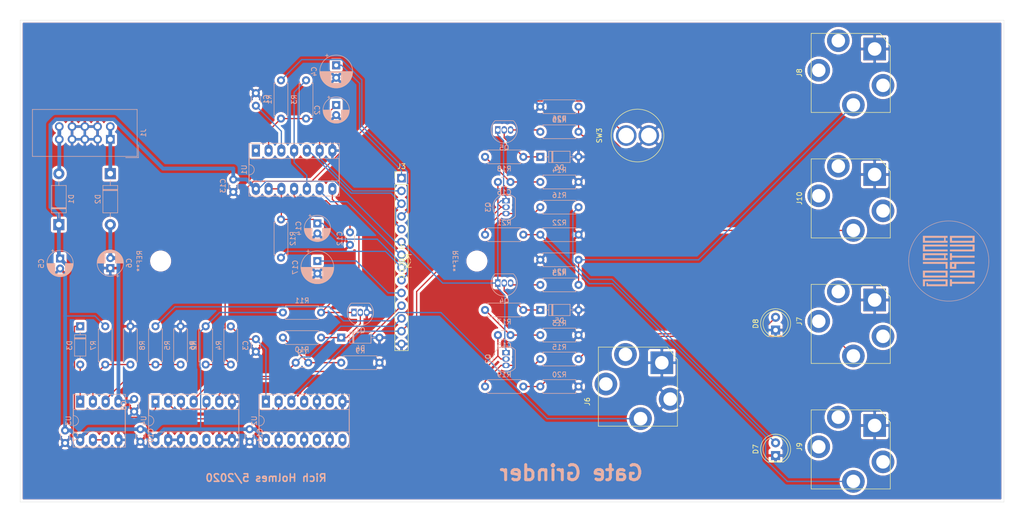
<source format=kicad_pcb>
(kicad_pcb (version 20171130) (host pcbnew 5.1.5-52549c5~84~ubuntu18.04.1)
  (title_block (title "Gate Grinder") (date 2020-05-09) (company "Rich Holmes / Analog Output"))
  (layers (0 F.Cu signal) (31 B.Cu signal) (34 B.Paste user) (35 F.Paste user) (36 B.SilkS user) (37 F.SilkS user) (38 B.Mask user) (39 F.Mask user) (44 Edge.Cuts user))
  (net 0 "")
  (net 1 GND)
  (net 2 "Net-(C1-Pad1)")
  (net 3 /CLOCK_RANGE_2)
  (net 4 "Net-(C3-Pad1)")
  (net 5 /CLOCK_RANGE_1)
  (net 6 VCC)
  (net 7 /-12V)
  (net 8 /555G2T)
  (net 9 "Net-(C9-Pad1)")
  (net 10 "Net-(C12-Pad1)")
  (net 11 /RESIZE_RANGE_2)
  (net 12 "Net-(C15-Pad2)")
  (net 13 /GATE_INV)
  (net 14 "Net-(C16-Pad2)")
  (net 15 /GATE)
  (net 16 /RESIZE_RANGE_1)
  (net 17 "Net-(D1-Pad2)")
  (net 18 "Net-(D2-Pad1)")
  (net 19 "Net-(D3-Pad2)")
  (net 20 "Net-(D3-Pad1)")
  (net 21 "Net-(D4-Pad1)")
  (net 22 "Net-(D5-Pad1)")
  (net 23 "Net-(D6-Pad1)")
  (net 24 /GATE_LED)
  (net 25 /~GATE~_LED)
  (net 26 /RESIZE_OUT)
  (net 27 /RESIZE_WIDTH_2)
  (net 28 /OR_IN)
  (net 29 /CLOCK_OUT)
  (net 30 /CLOCK_RATE_2)
  (net 31 "Net-(J6-PadRN)")
  (net 32 "Net-(J6-PadR)")
  (net 33 /GATE_IN)
  (net 34 "Net-(J7-PadRN)")
  (net 35 "Net-(J7-PadTN)")
  (net 36 "Net-(J7-PadR)")
  (net 37 /GATE_INV_OUT)
  (net 38 "Net-(J8-PadRN)")
  (net 39 "Net-(J8-PadTN)")
  (net 40 "Net-(J8-PadR)")
  (net 41 /GATE_OFF)
  (net 42 "Net-(J9-PadRN)")
  (net 43 "Net-(J9-PadTN)")
  (net 44 "Net-(J9-PadR)")
  (net 45 /GATE_OUT)
  (net 46 "Net-(J10-PadRN)")
  (net 47 "Net-(J10-PadTN)")
  (net 48 "Net-(J10-PadR)")
  (net 49 /GATE_ON)
  (net 50 "Net-(Q1-Pad1)")
  (net 51 "Net-(Q2-Pad3)")
  (net 52 "Net-(Q3-Pad3)")
  (net 53 "Net-(Q4-Pad3)")
  (net 54 "Net-(Q5-Pad3)")
  (net 55 /MANUAL_GATE)
  (net 56 "Net-(R5-Pad1)")
  (net 57 "Net-(R7-Pad2)")
  (net 58 "Net-(U1-Pad1)")
  (net 59 "Net-(U2-Pad6)")
  (net 60 "Net-(U2-Pad12)")
  (net 61 /BUTTON_IN)
  (net 62 "Net-(U2-Pad10)")
  (net 63 "Net-(U2-Pad8)")
  (net 64 "Net-(U3-Pad6)")
  (net 65 "Net-(U4-Pad3)")
  (net 66 "Net-(U4-Pad11)")
  (net 67 "Net-(U4-Pad10)")
  (module "Gate Grinder:analogoutput2" (layer B.Cu) (at 229 112 270)
    (fp_text reference G*** hide)
    (fp_text value LOGO hide)
  )
  (module "Gate Grinder:Gate_Grinder_panel_holes" (layer F.Cu) (at 142 112 90)
    (fp_text reference G*** hide)
    (fp_text value LOGO hide)
  )
  (module "Gate Grinder:Jack_6.35mm_PJ_629HAN" (layer F.Cu) (at 209.5 99.5 90)
    (fp_text reference J10 (at 0 -10.25 90) (layer F.SilkS))
    (fp_text value AudioJack3_SwitchTR)
    (pad RN thru_hole circle (at 6.4 -2.5 90) (size 4.500001 4.500001) (drill 2.7) (layers *.Cu *.Mask) (net 46 "Net-(J10-PadRN)"))
    (pad TN thru_hole circle (at -2.5 6.4 90) (size 4.5 4.5) (drill 2.7) (layers *.Cu *.Mask) (net 47 "Net-(J10-PadTN)"))
    (pad R thru_hole circle (at 0.5 -6.4 90) (size 4.500001 4.500001) (drill 2.7) (layers *.Cu *.Mask) (net 48 "Net-(J10-PadR)"))
    (pad S thru_hole rect (at 4.74 4.74 90) (size 4.500001 4.500001) (drill 2.7) (layers *.Cu *.Mask) (net 1 GND))
    (pad T thru_hole circle (at -6.4 0.5 90) (size 4.5 4.5) (drill 2.7) (layers *.Cu *.Mask) (net 49 /GATE_ON))
  )
  (module "Gate Grinder:Jack_6.35mm_PJ_629HAN" (layer F.Cu) (at 209.5 149.5 90)
    (fp_text reference J9 (at 0.5 -10.25 90) (layer F.SilkS))
    (fp_text value AudioJack3_SwitchTR)
    (pad RN thru_hole circle (at 6.4 -2.5 90) (size 4.500001 4.500001) (drill 2.7) (layers *.Cu *.Mask) (net 42 "Net-(J9-PadRN)"))
    (pad TN thru_hole circle (at -2.5 6.4 90) (size 4.5 4.5) (drill 2.7) (layers *.Cu *.Mask) (net 43 "Net-(J9-PadTN)"))
    (pad R thru_hole circle (at 0.5 -6.4 90) (size 4.500001 4.500001) (drill 2.7) (layers *.Cu *.Mask) (net 44 "Net-(J9-PadR)"))
    (pad S thru_hole rect (at 4.74 4.74 90) (size 4.500001 4.500001) (drill 2.7) (layers *.Cu *.Mask) (net 1 GND))
    (pad T thru_hole circle (at -6.4 0.5 90) (size 4.5 4.5) (drill 2.7) (layers *.Cu *.Mask) (net 45 /GATE_OUT))
  )
  (module "Gate Grinder:Jack_6.35mm_PJ_629HAN" (layer F.Cu) (at 209.5 74.5 90)
    (fp_text reference J8 (at 0 -10.25 90) (layer F.SilkS))
    (fp_text value AudioJack3_SwitchTR)
    (pad RN thru_hole circle (at 6.4 -2.5 90) (size 4.500001 4.500001) (drill 2.7) (layers *.Cu *.Mask) (net 38 "Net-(J8-PadRN)"))
    (pad TN thru_hole circle (at -2.5 6.4 90) (size 4.5 4.5) (drill 2.7) (layers *.Cu *.Mask) (net 39 "Net-(J8-PadTN)"))
    (pad R thru_hole circle (at 0.5 -6.4 90) (size 4.500001 4.500001) (drill 2.7) (layers *.Cu *.Mask) (net 40 "Net-(J8-PadR)"))
    (pad S thru_hole rect (at 4.74 4.74 90) (size 4.500001 4.500001) (drill 2.7) (layers *.Cu *.Mask) (net 1 GND))
    (pad T thru_hole circle (at -6.4 0.5 90) (size 4.5 4.5) (drill 2.7) (layers *.Cu *.Mask) (net 41 /GATE_OFF))
  )
  (module "Gate Grinder:Jack_6.35mm_PJ_629HAN" (layer F.Cu) (at 209.5 124.5 90)
    (fp_text reference J7 (at 0.5 -10.25 90) (layer F.SilkS))
    (fp_text value AudioJack3_SwitchTR)
    (pad RN thru_hole circle (at 6.4 -2.5 90) (size 4.500001 4.500001) (drill 2.7) (layers *.Cu *.Mask) (net 34 "Net-(J7-PadRN)"))
    (pad TN thru_hole circle (at -2.5 6.4 90) (size 4.5 4.5) (drill 2.7) (layers *.Cu *.Mask) (net 35 "Net-(J7-PadTN)"))
    (pad R thru_hole circle (at 0.5 -6.4 90) (size 4.500001 4.500001) (drill 2.7) (layers *.Cu *.Mask) (net 36 "Net-(J7-PadR)"))
    (pad S thru_hole rect (at 4.74 4.74 90) (size 4.500001 4.500001) (drill 2.7) (layers *.Cu *.Mask) (net 1 GND))
    (pad T thru_hole circle (at -6.4 0.5 90) (size 4.5 4.5) (drill 2.7) (layers *.Cu *.Mask) (net 37 /GATE_INV_OUT))
  )
  (module "Gate Grinder:Jack_6.35mm_PJ_629HAN" (layer F.Cu) (at 167.1 137 90)
    (fp_text reference J6 (at -3 -10.1 90) (layer F.SilkS))
    (fp_text value AudioJack3_SwitchTR)
    (pad RN thru_hole circle (at 6.4 -2.5 90) (size 4.500001 4.500001) (drill 2.7) (layers *.Cu *.Mask) (net 31 "Net-(J6-PadRN)"))
    (pad TN thru_hole circle (at -2.5 6.4 90) (size 4.5 4.5) (drill 2.7) (layers *.Cu *.Mask) (net 1 GND))
    (pad R thru_hole circle (at 0.5 -6.4 90) (size 4.500001 4.500001) (drill 2.7) (layers *.Cu *.Mask) (net 32 "Net-(J6-PadR)"))
    (pad S thru_hole rect (at 4.74 4.74 90) (size 4.500001 4.500001) (drill 2.7) (layers *.Cu *.Mask) (net 1 GND))
    (pad T thru_hole circle (at -6.4 0.5 90) (size 4.5 4.5) (drill 2.7) (layers *.Cu *.Mask) (net 33 /GATE_IN))
  )
  (module MountingHole:MountingHole_3.2mm_M3 (layer B.Cu) (at 135 112 270)
    (fp_text reference REF** (at 0 4.2 90) (layer B.SilkS) (effects (justify mirror)))
    (fp_text value MountingHole_3.2mm_M3)
    (pad 1 np_thru_hole circle (at 0 0 270) (size 3.2 3.2) (drill 3.2) (layers *.Cu *.Mask))
  )
  (module MountingHole:MountingHole_3.2mm_M3 (layer B.Cu) (at 72 112 270)
    (fp_text reference REF** (at 0 4.2 90) (layer B.SilkS) (effects (justify mirror)))
    (fp_text value MountingHole_3.2mm_M3)
    (pad 1 np_thru_hole circle (at 0 0 270) (size 3.2 3.2) (drill 3.2) (layers *.Cu *.Mask))
  )
  (module Package_DIP:DIP-14_W7.62mm_Socket_LongPads (layer B.Cu) (at 70.97206 140 270)
    (fp_text reference U4 (at 3.81 2.33 90) (layer B.SilkS) (effects (justify mirror)))
    (fp_text value 4071)
    (pad 14 thru_hole oval (at 7.62 0 270) (size 2.4 1.6) (drill 0.8) (layers *.Cu *.Mask) (net 6 VCC))
    (pad 7 thru_hole oval (at 0 -15.24 270) (size 2.4 1.6) (drill 0.8) (layers *.Cu *.Mask) (net 1 GND))
    (pad 13 thru_hole oval (at 7.62 -2.54 270) (size 2.4 1.6) (drill 0.8) (layers *.Cu *.Mask) (net 1 GND))
    (pad 6 thru_hole oval (at 0 -12.7 270) (size 2.4 1.6) (drill 0.8) (layers *.Cu *.Mask) (net 28 /OR_IN))
    (pad 12 thru_hole oval (at 7.62 -5.08 270) (size 2.4 1.6) (drill 0.8) (layers *.Cu *.Mask) (net 1 GND))
    (pad 5 thru_hole oval (at 0 -10.16 270) (size 2.4 1.6) (drill 0.8) (layers *.Cu *.Mask) (net 65 "Net-(U4-Pad3)"))
    (pad 11 thru_hole oval (at 7.62 -7.62 270) (size 2.4 1.6) (drill 0.8) (layers *.Cu *.Mask) (net 66 "Net-(U4-Pad11)"))
    (pad 4 thru_hole oval (at 0 -7.62 270) (size 2.4 1.6) (drill 0.8) (layers *.Cu *.Mask) (net 8 /555G2T))
    (pad 10 thru_hole oval (at 7.62 -10.16 270) (size 2.4 1.6) (drill 0.8) (layers *.Cu *.Mask) (net 67 "Net-(U4-Pad10)"))
    (pad 3 thru_hole oval (at 0 -5.08 270) (size 2.4 1.6) (drill 0.8) (layers *.Cu *.Mask) (net 65 "Net-(U4-Pad3)"))
    (pad 9 thru_hole oval (at 7.62 -12.7 270) (size 2.4 1.6) (drill 0.8) (layers *.Cu *.Mask) (net 1 GND))
    (pad 2 thru_hole oval (at 0 -2.54 270) (size 2.4 1.6) (drill 0.8) (layers *.Cu *.Mask) (net 61 /BUTTON_IN))
    (pad 8 thru_hole oval (at 7.62 -15.24 270) (size 2.4 1.6) (drill 0.8) (layers *.Cu *.Mask) (net 1 GND))
    (pad 1 thru_hole rect (at 0 0 270) (size 2.4 1.6) (drill 0.8) (layers *.Cu *.Mask) (net 20 "Net-(D3-Pad1)"))
  )
  (module Package_DIP:DIP-8_W7.62mm_Socket_LongPads (layer B.Cu) (at 55.97206 140 270)
    (fp_text reference U3 (at 3.81 2.33 90) (layer B.SilkS) (effects (justify mirror)))
    (fp_text value TL072)
    (pad 8 thru_hole oval (at 7.62 0 270) (size 2.4 1.6) (drill 0.8) (layers *.Cu *.Mask) (net 6 VCC))
    (pad 4 thru_hole oval (at 0 -7.62 270) (size 2.4 1.6) (drill 0.8) (layers *.Cu *.Mask) (net 7 /-12V))
    (pad 7 thru_hole oval (at 7.62 -2.54 270) (size 2.4 1.6) (drill 0.8) (layers *.Cu *.Mask) (net 64 "Net-(U3-Pad6)"))
    (pad 3 thru_hole oval (at 0 -5.08 270) (size 2.4 1.6) (drill 0.8) (layers *.Cu *.Mask) (net 56 "Net-(R5-Pad1)"))
    (pad 6 thru_hole oval (at 7.62 -5.08 270) (size 2.4 1.6) (drill 0.8) (layers *.Cu *.Mask) (net 64 "Net-(U3-Pad6)"))
    (pad 2 thru_hole oval (at 0 -2.54 270) (size 2.4 1.6) (drill 0.8) (layers *.Cu *.Mask) (net 57 "Net-(R7-Pad2)"))
    (pad 5 thru_hole oval (at 7.62 -7.62 270) (size 2.4 1.6) (drill 0.8) (layers *.Cu *.Mask) (net 1 GND))
    (pad 1 thru_hole rect (at 0 0 270) (size 2.4 1.6) (drill 0.8) (layers *.Cu *.Mask) (net 19 "Net-(D3-Pad2)"))
  )
  (module Package_DIP:DIP-14_W7.62mm_Socket_LongPads (layer B.Cu) (at 92.97206 140 270)
    (fp_text reference U2 (at 3.81 2.33 90) (layer B.SilkS) (effects (justify mirror)))
    (fp_text value 4069)
    (pad 14 thru_hole oval (at 7.62 0 270) (size 2.4 1.6) (drill 0.8) (layers *.Cu *.Mask) (net 6 VCC))
    (pad 7 thru_hole oval (at 0 -15.24 270) (size 2.4 1.6) (drill 0.8) (layers *.Cu *.Mask) (net 1 GND))
    (pad 13 thru_hole oval (at 7.62 -2.54 270) (size 2.4 1.6) (drill 0.8) (layers *.Cu *.Mask) (net 1 GND))
    (pad 6 thru_hole oval (at 0 -12.7 270) (size 2.4 1.6) (drill 0.8) (layers *.Cu *.Mask) (net 59 "Net-(U2-Pad6)"))
    (pad 12 thru_hole oval (at 7.62 -5.08 270) (size 2.4 1.6) (drill 0.8) (layers *.Cu *.Mask) (net 60 "Net-(U2-Pad12)"))
    (pad 5 thru_hole oval (at 0 -10.16 270) (size 2.4 1.6) (drill 0.8) (layers *.Cu *.Mask) (net 1 GND))
    (pad 11 thru_hole oval (at 7.62 -7.62 270) (size 2.4 1.6) (drill 0.8) (layers *.Cu *.Mask) (net 1 GND))
    (pad 4 thru_hole oval (at 0 -7.62 270) (size 2.4 1.6) (drill 0.8) (layers *.Cu *.Mask) (net 13 /GATE_INV))
    (pad 10 thru_hole oval (at 7.62 -10.16 270) (size 2.4 1.6) (drill 0.8) (layers *.Cu *.Mask) (net 62 "Net-(U2-Pad10)"))
    (pad 3 thru_hole oval (at 0 -5.08 270) (size 2.4 1.6) (drill 0.8) (layers *.Cu *.Mask) (net 15 /GATE))
    (pad 9 thru_hole oval (at 7.62 -12.7 270) (size 2.4 1.6) (drill 0.8) (layers *.Cu *.Mask) (net 1 GND))
    (pad 2 thru_hole oval (at 0 -2.54 270) (size 2.4 1.6) (drill 0.8) (layers *.Cu *.Mask) (net 61 /BUTTON_IN))
    (pad 8 thru_hole oval (at 7.62 -15.24 270) (size 2.4 1.6) (drill 0.8) (layers *.Cu *.Mask) (net 63 "Net-(U2-Pad8)"))
    (pad 1 thru_hole rect (at 0 0 270) (size 2.4 1.6) (drill 0.8) (layers *.Cu *.Mask) (net 4 "Net-(C3-Pad1)"))
  )
  (module Package_DIP:DIP-14_W7.62mm_Socket_LongPads (layer B.Cu) (at 90.97206 90 270)
    (fp_text reference U1 (at 3.81 2.33 90) (layer B.SilkS) (effects (justify mirror)))
    (fp_text value NA556)
    (pad 14 thru_hole oval (at 7.62 0 270) (size 2.4 1.6) (drill 0.8) (layers *.Cu *.Mask) (net 6 VCC))
    (pad 7 thru_hole oval (at 0 -15.24 270) (size 2.4 1.6) (drill 0.8) (layers *.Cu *.Mask) (net 1 GND))
    (pad 13 thru_hole oval (at 7.62 -2.54 270) (size 2.4 1.6) (drill 0.8) (layers *.Cu *.Mask) (net 11 /RESIZE_RANGE_2))
    (pad 6 thru_hole oval (at 0 -12.7 270) (size 2.4 1.6) (drill 0.8) (layers *.Cu *.Mask) (net 3 /CLOCK_RANGE_2))
    (pad 12 thru_hole oval (at 7.62 -5.08 270) (size 2.4 1.6) (drill 0.8) (layers *.Cu *.Mask) (net 11 /RESIZE_RANGE_2))
    (pad 5 thru_hole oval (at 0 -10.16 270) (size 2.4 1.6) (drill 0.8) (layers *.Cu *.Mask) (net 29 /CLOCK_OUT))
    (pad 11 thru_hole oval (at 7.62 -7.62 270) (size 2.4 1.6) (drill 0.8) (layers *.Cu *.Mask) (net 10 "Net-(C12-Pad1)"))
    (pad 4 thru_hole oval (at 0 -7.62 270) (size 2.4 1.6) (drill 0.8) (layers *.Cu *.Mask) (net 6 VCC))
    (pad 10 thru_hole oval (at 7.62 -10.16 270) (size 2.4 1.6) (drill 0.8) (layers *.Cu *.Mask) (net 6 VCC))
    (pad 3 thru_hole oval (at 0 -5.08 270) (size 2.4 1.6) (drill 0.8) (layers *.Cu *.Mask) (net 2 "Net-(C1-Pad1)"))
    (pad 9 thru_hole oval (at 7.62 -12.7 270) (size 2.4 1.6) (drill 0.8) (layers *.Cu *.Mask) (net 26 /RESIZE_OUT))
    (pad 2 thru_hole oval (at 0 -2.54 270) (size 2.4 1.6) (drill 0.8) (layers *.Cu *.Mask) (net 3 /CLOCK_RANGE_2))
    (pad 8 thru_hole oval (at 7.62 -15.24 270) (size 2.4 1.6) (drill 0.8) (layers *.Cu *.Mask) (net 50 "Net-(Q1-Pad1)"))
    (pad 1 thru_hole rect (at 0 0 270) (size 2.4 1.6) (drill 0.8) (layers *.Cu *.Mask) (net 58 "Net-(U1-Pad1)"))
  )
  (module "Gate Grinder:Tayda-PBS11-pushbutton" (layer F.Cu) (at 167 87 90)
    (fp_text reference SW3 (at 0 -7.6 90) (layer F.SilkS))
    (fp_text value SW_Push)
    (pad 1 thru_hole circle (at 0 2.25 90) (size 4.1 4.1) (drill 3.1) (layers *.Cu *.Mask) (net 1 GND))
    (pad 2 thru_hole circle (at 0 -2.25 90) (size 4.1 4.1) (drill 3.1) (layers *.Cu *.Mask) (net 55 /MANUAL_GATE))
  )
  (module Resistor_THT:R_Axial_DIN0207_L6.3mm_D2.5mm_P7.62mm_Horizontal (layer B.Cu) (at 147.63 81.25)
    (fp_text reference R26 (at 3.81 2.37 180) (layer B.SilkS) (effects (justify mirror)))
    (fp_text value 1k)
    (pad 2 thru_hole oval (at 7.62 0) (size 1.6 1.6) (drill 0.8) (layers *.Cu *.Mask) (net 49 /GATE_ON))
    (pad 1 thru_hole circle (at 0 0) (size 1.6 1.6) (drill 0.8) (layers *.Cu *.Mask) (net 1 GND))
  )
  (module Resistor_THT:R_Axial_DIN0207_L6.3mm_D2.5mm_P7.62mm_Horizontal (layer B.Cu) (at 155.25 86.25 180)
    (fp_text reference R25 (at 3.81 2.37 180) (layer B.SilkS) (effects (justify mirror)))
    (fp_text value 1k8)
    (pad 2 thru_hole oval (at 7.62 0 180) (size 1.6 1.6) (drill 0.8) (layers *.Cu *.Mask) (net 54 "Net-(Q5-Pad3)"))
    (pad 1 thru_hole circle (at 0 0 180) (size 1.6 1.6) (drill 0.8) (layers *.Cu *.Mask) (net 49 /GATE_ON))
  )
  (module Resistor_THT:R_Axial_DIN0207_L6.3mm_D2.5mm_P7.62mm_Horizontal (layer B.Cu) (at 147.63 111.75)
    (fp_text reference R24 (at 3.81 2.37 180) (layer B.SilkS) (effects (justify mirror)))
    (fp_text value 1k)
    (pad 2 thru_hole oval (at 7.62 0) (size 1.6 1.6) (drill 0.8) (layers *.Cu *.Mask) (net 41 /GATE_OFF))
    (pad 1 thru_hole circle (at 0 0) (size 1.6 1.6) (drill 0.8) (layers *.Cu *.Mask) (net 1 GND))
  )
  (module Resistor_THT:R_Axial_DIN0207_L6.3mm_D2.5mm_P7.62mm_Horizontal (layer B.Cu) (at 155.25 116.75 180)
    (fp_text reference R23 (at 3.81 2.37 180) (layer B.SilkS) (effects (justify mirror)))
    (fp_text value 1k8)
    (pad 2 thru_hole oval (at 7.62 0 180) (size 1.6 1.6) (drill 0.8) (layers *.Cu *.Mask) (net 53 "Net-(Q4-Pad3)"))
    (pad 1 thru_hole circle (at 0 0 180) (size 1.6 1.6) (drill 0.8) (layers *.Cu *.Mask) (net 41 /GATE_OFF))
  )
  (module Resistor_THT:R_Axial_DIN0207_L6.3mm_D2.5mm_P7.62mm_Horizontal (layer B.Cu) (at 155.25 106.75 180)
    (fp_text reference R22 (at 3.81 2.37 180) (layer B.SilkS) (effects (justify mirror)))
    (fp_text value 1k)
    (pad 2 thru_hole oval (at 7.62 0 180) (size 1.6 1.6) (drill 0.8) (layers *.Cu *.Mask) (net 45 /GATE_OUT))
    (pad 1 thru_hole circle (at 0 0 180) (size 1.6 1.6) (drill 0.8) (layers *.Cu *.Mask) (net 1 GND))
  )
  (module Resistor_THT:R_Axial_DIN0207_L6.3mm_D2.5mm_P7.62mm_Horizontal (layer B.Cu) (at 144.25 106.75 180)
    (fp_text reference R21 (at 3.81 2.37 180) (layer B.SilkS) (effects (justify mirror)))
    (fp_text value 1k8)
    (pad 2 thru_hole oval (at 7.62 0 180) (size 1.6 1.6) (drill 0.8) (layers *.Cu *.Mask) (net 52 "Net-(Q3-Pad3)"))
    (pad 1 thru_hole circle (at 0 0 180) (size 1.6 1.6) (drill 0.8) (layers *.Cu *.Mask) (net 45 /GATE_OUT))
  )
  (module Resistor_THT:R_Axial_DIN0207_L6.3mm_D2.5mm_P7.62mm_Horizontal (layer B.Cu) (at 155.25 137 180)
    (fp_text reference R20 (at 3.81 2.37 180) (layer B.SilkS) (effects (justify mirror)))
    (fp_text value 1k)
    (pad 2 thru_hole oval (at 7.62 0 180) (size 1.6 1.6) (drill 0.8) (layers *.Cu *.Mask) (net 37 /GATE_INV_OUT))
    (pad 1 thru_hole circle (at 0 0 180) (size 1.6 1.6) (drill 0.8) (layers *.Cu *.Mask) (net 1 GND))
  )
  (module Resistor_THT:R_Axial_DIN0207_L6.3mm_D2.5mm_P7.62mm_Horizontal (layer B.Cu) (at 144.25 137 180)
    (fp_text reference R19 (at 3.81 2.37 180) (layer B.SilkS) (effects (justify mirror)))
    (fp_text value 1k8)
    (pad 2 thru_hole oval (at 7.62 0 180) (size 1.6 1.6) (drill 0.8) (layers *.Cu *.Mask) (net 51 "Net-(Q2-Pad3)"))
    (pad 1 thru_hole circle (at 0 0 180) (size 1.6 1.6) (drill 0.8) (layers *.Cu *.Mask) (net 37 /GATE_INV_OUT))
  )
  (module Resistor_THT:R_Axial_DIN0207_L6.3mm_D2.5mm_P7.62mm_Horizontal (layer B.Cu) (at 136.63 91.25)
    (fp_text reference R18 (at 3.81 2.37 180) (layer B.SilkS) (effects (justify mirror)))
    (fp_text value 100k)
    (pad 2 thru_hole oval (at 7.62 0) (size 1.6 1.6) (drill 0.8) (layers *.Cu *.Mask) (net 23 "Net-(D6-Pad1)"))
    (pad 1 thru_hole circle (at 0 0) (size 1.6 1.6) (drill 0.8) (layers *.Cu *.Mask) (net 14 "Net-(C16-Pad2)"))
  )
  (module Resistor_THT:R_Axial_DIN0207_L6.3mm_D2.5mm_P7.62mm_Horizontal (layer B.Cu) (at 136.63 121.75)
    (fp_text reference R17 (at 3.81 2.37 180) (layer B.SilkS) (effects (justify mirror)))
    (fp_text value 100k)
    (pad 2 thru_hole oval (at 7.62 0) (size 1.6 1.6) (drill 0.8) (layers *.Cu *.Mask) (net 22 "Net-(D5-Pad1)"))
    (pad 1 thru_hole circle (at 0 0) (size 1.6 1.6) (drill 0.8) (layers *.Cu *.Mask) (net 12 "Net-(C15-Pad2)"))
  )
  (module Resistor_THT:R_Axial_DIN0207_L6.3mm_D2.5mm_P7.62mm_Horizontal (layer B.Cu) (at 155.25 101.27 180)
    (fp_text reference R16 (at 3.81 2.37 180) (layer B.SilkS) (effects (justify mirror)))
    (fp_text value RL)
    (pad 2 thru_hole oval (at 7.62 0 180) (size 1.6 1.6) (drill 0.8) (layers *.Cu *.Mask) (net 52 "Net-(Q3-Pad3)"))
    (pad 1 thru_hole circle (at 0 0 180) (size 1.6 1.6) (drill 0.8) (layers *.Cu *.Mask) (net 24 /GATE_LED))
  )
  (module Resistor_THT:R_Axial_DIN0207_L6.3mm_D2.5mm_P7.62mm_Horizontal (layer B.Cu) (at 155.25 131.52 180)
    (fp_text reference R15 (at 3.81 2.37 180) (layer B.SilkS) (effects (justify mirror)))
    (fp_text value RL)
    (pad 2 thru_hole oval (at 7.62 0 180) (size 1.6 1.6) (drill 0.8) (layers *.Cu *.Mask) (net 51 "Net-(Q2-Pad3)"))
    (pad 1 thru_hole circle (at 0 0 180) (size 1.6 1.6) (drill 0.8) (layers *.Cu *.Mask) (net 25 /~GATE~_LED))
  )
  (module Resistor_THT:R_Axial_DIN0207_L6.3mm_D2.5mm_P7.62mm_Horizontal (layer B.Cu) (at 155.25 96.25 180)
    (fp_text reference R14 (at 3.81 2.37 180) (layer B.SilkS) (effects (justify mirror)))
    (fp_text value 100k)
    (pad 2 thru_hole oval (at 7.62 0 180) (size 1.6 1.6) (drill 0.8) (layers *.Cu *.Mask) (net 14 "Net-(C16-Pad2)"))
    (pad 1 thru_hole circle (at 0 0 180) (size 1.6 1.6) (drill 0.8) (layers *.Cu *.Mask) (net 1 GND))
  )
  (module Resistor_THT:R_Axial_DIN0207_L6.3mm_D2.5mm_P7.62mm_Horizontal (layer B.Cu) (at 155.25 126.75 180)
    (fp_text reference R13 (at 3.81 2.37 180) (layer B.SilkS) (effects (justify mirror)))
    (fp_text value 100k)
    (pad 2 thru_hole oval (at 7.62 0 180) (size 1.6 1.6) (drill 0.8) (layers *.Cu *.Mask) (net 12 "Net-(C15-Pad2)"))
    (pad 1 thru_hole circle (at 0 0 180) (size 1.6 1.6) (drill 0.8) (layers *.Cu *.Mask) (net 1 GND))
  )
  (module Resistor_THT:R_Axial_DIN0207_L6.3mm_D2.5mm_P7.62mm_Horizontal (layer B.Cu) (at 95.97206 111.330225 90)
    (fp_text reference R12 (at 3.81 2.37 90) (layer B.SilkS) (effects (justify mirror)))
    (fp_text value 1k)
    (pad 2 thru_hole oval (at 7.62 0 90) (size 1.6 1.6) (drill 0.8) (layers *.Cu *.Mask) (net 11 /RESIZE_RANGE_2))
    (pad 1 thru_hole circle (at 0 0 90) (size 1.6 1.6) (drill 0.8) (layers *.Cu *.Mask) (net 27 /RESIZE_WIDTH_2))
  )
  (module Resistor_THT:R_Axial_DIN0207_L6.3mm_D2.5mm_P7.62mm_Horizontal (layer B.Cu) (at 103.97206 122.25 180)
    (fp_text reference R11 (at 3.81 2.37 180) (layer B.SilkS) (effects (justify mirror)))
    (fp_text value 10k)
    (pad 2 thru_hole oval (at 7.62 0 180) (size 1.6 1.6) (drill 0.8) (layers *.Cu *.Mask) (net 6 VCC))
    (pad 1 thru_hole circle (at 0 0 180) (size 1.6 1.6) (drill 0.8) (layers *.Cu *.Mask) (net 50 "Net-(Q1-Pad1)"))
  )
  (module Resistor_THT:R_Axial_DIN0207_L6.3mm_D2.5mm_P7.62mm_Horizontal (layer B.Cu) (at 96.35206 127.25)
    (fp_text reference R10 (at 3.81 2.37 180) (layer B.SilkS) (effects (justify mirror)))
    (fp_text value 100k)
    (pad 2 thru_hole oval (at 7.62 0) (size 1.6 1.6) (drill 0.8) (layers *.Cu *.Mask) (net 21 "Net-(D4-Pad1)"))
    (pad 1 thru_hole circle (at 0 0) (size 1.6 1.6) (drill 0.8) (layers *.Cu *.Mask) (net 9 "Net-(C9-Pad1)"))
  )
  (module Resistor_THT:R_Axial_DIN0207_L6.3mm_D2.5mm_P7.62mm_Horizontal (layer B.Cu) (at 115.59206 132.25 180)
    (fp_text reference R9 (at 3.81 2.37 180) (layer B.SilkS) (effects (justify mirror)))
    (fp_text value 100k)
    (pad 2 thru_hole oval (at 7.62 0 180) (size 1.6 1.6) (drill 0.8) (layers *.Cu *.Mask) (net 9 "Net-(C9-Pad1)"))
    (pad 1 thru_hole circle (at 0 0 180) (size 1.6 1.6) (drill 0.8) (layers *.Cu *.Mask) (net 1 GND))
  )
  (module Resistor_THT:R_Axial_DIN0207_L6.3mm_D2.5mm_P7.62mm_Horizontal (layer B.Cu) (at 65.97206 132.62 90)
    (fp_text reference R8 (at 3.81 2.37 90) (layer B.SilkS) (effects (justify mirror)))
    (fp_text value 15k)
    (pad 2 thru_hole oval (at 7.62 0 90) (size 1.6 1.6) (drill 0.8) (layers *.Cu *.Mask) (net 1 GND))
    (pad 1 thru_hole circle (at 0 0 90) (size 1.6 1.6) (drill 0.8) (layers *.Cu *.Mask) (net 57 "Net-(R7-Pad2)"))
  )
  (module Resistor_THT:R_Axial_DIN0207_L6.3mm_D2.5mm_P7.62mm_Horizontal (layer B.Cu) (at 60.97206 125 270)
    (fp_text reference R7 (at 3.81 2.37 90) (layer B.SilkS) (effects (justify mirror)))
    (fp_text value 100k)
    (pad 2 thru_hole oval (at 7.62 0 270) (size 1.6 1.6) (drill 0.8) (layers *.Cu *.Mask) (net 57 "Net-(R7-Pad2)"))
    (pad 1 thru_hole circle (at 0 0 270) (size 1.6 1.6) (drill 0.8) (layers *.Cu *.Mask) (net 6 VCC))
  )
  (module Resistor_THT:R_Axial_DIN0207_L6.3mm_D2.5mm_P7.62mm_Horizontal (layer B.Cu) (at 75.97206 132.62 90)
    (fp_text reference R6 (at 3.81 2.37 90) (layer B.SilkS) (effects (justify mirror)))
    (fp_text value 100k)
    (pad 2 thru_hole oval (at 7.62 0 90) (size 1.6 1.6) (drill 0.8) (layers *.Cu *.Mask) (net 1 GND))
    (pad 1 thru_hole circle (at 0 0 90) (size 1.6 1.6) (drill 0.8) (layers *.Cu *.Mask) (net 56 "Net-(R5-Pad1)"))
  )
  (module Resistor_THT:R_Axial_DIN0207_L6.3mm_D2.5mm_P7.62mm_Horizontal (layer B.Cu) (at 70.97206 132.62 90)
    (fp_text reference R5 (at 3.81 2.37 90) (layer B.SilkS) (effects (justify mirror)))
    (fp_text value 100k)
    (pad 2 thru_hole oval (at 7.62 0 90) (size 1.6 1.6) (drill 0.8) (layers *.Cu *.Mask) (net 33 /GATE_IN))
    (pad 1 thru_hole circle (at 0 0 90) (size 1.6 1.6) (drill 0.8) (layers *.Cu *.Mask) (net 56 "Net-(R5-Pad1)"))
  )
  (module Resistor_THT:R_Axial_DIN0207_L6.3mm_D2.5mm_P7.62mm_Horizontal (layer B.Cu) (at 85.97206 125 270)
    (fp_text reference R4 (at 3.81 2.37 90) (layer B.SilkS) (effects (justify mirror)))
    (fp_text value 10k)
    (pad 2 thru_hole oval (at 7.62 0 270) (size 1.6 1.6) (drill 0.8) (layers *.Cu *.Mask) (net 55 /MANUAL_GATE))
    (pad 1 thru_hole circle (at 0 0 270) (size 1.6 1.6) (drill 0.8) (layers *.Cu *.Mask) (net 4 "Net-(C3-Pad1)"))
  )
  (module Resistor_THT:R_Axial_DIN0207_L6.3mm_D2.5mm_P7.62mm_Horizontal (layer B.Cu) (at 100.97206 76 270)
    (fp_text reference R3 (at 3.81 2.37 90) (layer B.SilkS) (effects (justify mirror)))
    (fp_text value 1M)
    (pad 2 thru_hole oval (at 7.62 0 270) (size 1.6 1.6) (drill 0.8) (layers *.Cu *.Mask) (net 3 /CLOCK_RANGE_2))
    (pad 1 thru_hole circle (at 0 0 270) (size 1.6 1.6) (drill 0.8) (layers *.Cu *.Mask) (net 6 VCC))
  )
  (module Resistor_THT:R_Axial_DIN0207_L6.3mm_D2.5mm_P7.62mm_Horizontal (layer B.Cu) (at 80.97206 125 270)
    (fp_text reference R2 (at 3.81 2.37 90) (layer B.SilkS) (effects (justify mirror)))
    (fp_text value 100k)
    (pad 2 thru_hole oval (at 7.62 0 270) (size 1.6 1.6) (drill 0.8) (layers *.Cu *.Mask) (net 55 /MANUAL_GATE))
    (pad 1 thru_hole circle (at 0 0 270) (size 1.6 1.6) (drill 0.8) (layers *.Cu *.Mask) (net 6 VCC))
  )
  (module Resistor_THT:R_Axial_DIN0207_L6.3mm_D2.5mm_P7.62mm_Horizontal (layer B.Cu) (at 95.97206 76 270)
    (fp_text reference R1 (at 3.81 2.37 90) (layer B.SilkS) (effects (justify mirror)))
    (fp_text value 1k)
    (pad 2 thru_hole oval (at 7.62 0 270) (size 1.6 1.6) (drill 0.8) (layers *.Cu *.Mask) (net 3 /CLOCK_RANGE_2))
    (pad 1 thru_hole circle (at 0 0 270) (size 1.6 1.6) (drill 0.8) (layers *.Cu *.Mask) (net 30 /CLOCK_RATE_2))
  )
  (module Package_TO_SOT_THT:TO-92_Inline (layer B.Cu) (at 139.17 85.89)
    (fp_text reference Q5 (at 1.27 3.56 180) (layer B.SilkS) (effects (justify mirror)))
    (fp_text value BC547)
    (pad 1 thru_hole rect (at 0 0) (size 1.05 1.5) (drill 0.75) (layers *.Cu *.Mask) (net 6 VCC))
    (pad 3 thru_hole oval (at 2.54 0) (size 1.05 1.5) (drill 0.75) (layers *.Cu *.Mask) (net 54 "Net-(Q5-Pad3)"))
    (pad 2 thru_hole oval (at 1.27 0) (size 1.05 1.5) (drill 0.75) (layers *.Cu *.Mask) (net 23 "Net-(D6-Pad1)"))
  )
  (module Package_TO_SOT_THT:TO-92_Inline (layer B.Cu) (at 139.17 116.39)
    (fp_text reference Q4 (at 1.27 3.56 180) (layer B.SilkS) (effects (justify mirror)))
    (fp_text value BC547)
    (pad 1 thru_hole rect (at 0 0) (size 1.05 1.5) (drill 0.75) (layers *.Cu *.Mask) (net 6 VCC))
    (pad 3 thru_hole oval (at 2.54 0) (size 1.05 1.5) (drill 0.75) (layers *.Cu *.Mask) (net 53 "Net-(Q4-Pad3)"))
    (pad 2 thru_hole oval (at 1.27 0) (size 1.05 1.5) (drill 0.75) (layers *.Cu *.Mask) (net 22 "Net-(D5-Pad1)"))
  )
  (module Package_TO_SOT_THT:TO-92_Inline (layer B.Cu) (at 140.8 100 270)
    (fp_text reference Q3 (at 1.27 3.56 90) (layer B.SilkS) (effects (justify mirror)))
    (fp_text value BC547)
    (pad 1 thru_hole rect (at 0 0 270) (size 1.05 1.5) (drill 0.75) (layers *.Cu *.Mask) (net 6 VCC))
    (pad 3 thru_hole oval (at 2.54 0 270) (size 1.05 1.5) (drill 0.75) (layers *.Cu *.Mask) (net 52 "Net-(Q3-Pad3)"))
    (pad 2 thru_hole oval (at 1.27 0 270) (size 1.05 1.5) (drill 0.75) (layers *.Cu *.Mask) (net 15 /GATE))
  )
  (module Package_TO_SOT_THT:TO-92_Inline (layer B.Cu) (at 140.8 130.25 270)
    (fp_text reference Q2 (at 1.27 3.56 90) (layer B.SilkS) (effects (justify mirror)))
    (fp_text value BC547)
    (pad 1 thru_hole rect (at 0 0 270) (size 1.05 1.5) (drill 0.75) (layers *.Cu *.Mask) (net 6 VCC))
    (pad 3 thru_hole oval (at 2.54 0 270) (size 1.05 1.5) (drill 0.75) (layers *.Cu *.Mask) (net 51 "Net-(Q2-Pad3)"))
    (pad 2 thru_hole oval (at 1.27 0 270) (size 1.05 1.5) (drill 0.75) (layers *.Cu *.Mask) (net 13 /GATE_INV))
  )
  (module Package_TO_SOT_THT:TO-92_Inline (layer B.Cu) (at 110.51206 122.25)
    (fp_text reference Q1 (at 1.27 3.56 180) (layer B.SilkS) (effects (justify mirror)))
    (fp_text value BC547)
    (pad 1 thru_hole rect (at 0 0) (size 1.05 1.5) (drill 0.75) (layers *.Cu *.Mask) (net 50 "Net-(Q1-Pad1)"))
    (pad 3 thru_hole oval (at 2.54 0) (size 1.05 1.5) (drill 0.75) (layers *.Cu *.Mask) (net 1 GND))
    (pad 2 thru_hole oval (at 1.27 0) (size 1.05 1.5) (drill 0.75) (layers *.Cu *.Mask) (net 21 "Net-(D4-Pad1)"))
  )
  (module Connector_PinHeader_2.54mm:PinHeader_1x14_P2.54mm_Vertical (layer F.Cu) (at 119.98 95.49)
    (fp_text reference J3 (at 0 -2.33) (layer F.SilkS))
    (fp_text value Conn_01x14)
    (pad 14 thru_hole oval (at 0 33.02) (size 1.7 1.7) (drill 1) (layers *.Cu *.Mask) (net 1 GND))
    (pad 13 thru_hole oval (at 0 30.48) (size 1.7 1.7) (drill 1) (layers *.Cu *.Mask) (net 15 /GATE))
    (pad 12 thru_hole oval (at 0 27.94) (size 1.7 1.7) (drill 1) (layers *.Cu *.Mask) (net 8 /555G2T))
    (pad 11 thru_hole oval (at 0 25.4) (size 1.7 1.7) (drill 1) (layers *.Cu *.Mask) (net 28 /OR_IN))
    (pad 10 thru_hole oval (at 0 22.86) (size 1.7 1.7) (drill 1) (layers *.Cu *.Mask) (net 16 /RESIZE_RANGE_1))
    (pad 9 thru_hole oval (at 0 20.32) (size 1.7 1.7) (drill 1) (layers *.Cu *.Mask) (net 11 /RESIZE_RANGE_2))
    (pad 8 thru_hole oval (at 0 17.78) (size 1.7 1.7) (drill 1) (layers *.Cu *.Mask) (net 27 /RESIZE_WIDTH_2))
    (pad 7 thru_hole oval (at 0 15.24) (size 1.7 1.7) (drill 1) (layers *.Cu *.Mask) (net 26 /RESIZE_OUT))
    (pad 6 thru_hole oval (at 0 12.7) (size 1.7 1.7) (drill 1) (layers *.Cu *.Mask) (net 6 VCC))
    (pad 5 thru_hole oval (at 0 10.16) (size 1.7 1.7) (drill 1) (layers *.Cu *.Mask) (net 29 /CLOCK_OUT))
    (pad 4 thru_hole oval (at 0 7.62) (size 1.7 1.7) (drill 1) (layers *.Cu *.Mask) (net 30 /CLOCK_RATE_2))
    (pad 3 thru_hole oval (at 0 5.08) (size 1.7 1.7) (drill 1) (layers *.Cu *.Mask) (net 29 /CLOCK_OUT))
    (pad 2 thru_hole oval (at 0 2.54) (size 1.7 1.7) (drill 1) (layers *.Cu *.Mask) (net 3 /CLOCK_RANGE_2))
    (pad 1 thru_hole rect (at 0 0) (size 1.7 1.7) (drill 1) (layers *.Cu *.Mask) (net 5 /CLOCK_RANGE_1))
  )
  (module Connector_IDC:IDC-Header_2x05_P2.54mm_Vertical (layer B.Cu) (at 61.97206 87.75 90)
    (fp_text reference J1 (at 1.27 6.604 90) (layer B.SilkS) (effects (justify mirror)))
    (fp_text value EURO_PWR_2x5)
    (pad 10 thru_hole oval (at 2.54 -10.16 90) (size 1.7272 1.7272) (drill 1.016) (layers *.Cu *.Mask) (net 17 "Net-(D1-Pad2)"))
    (pad 9 thru_hole oval (at 0 -10.16 90) (size 1.7272 1.7272) (drill 1.016) (layers *.Cu *.Mask) (net 17 "Net-(D1-Pad2)"))
    (pad 8 thru_hole oval (at 2.54 -7.62 90) (size 1.7272 1.7272) (drill 1.016) (layers *.Cu *.Mask) (net 1 GND))
    (pad 7 thru_hole oval (at 0 -7.62 90) (size 1.7272 1.7272) (drill 1.016) (layers *.Cu *.Mask) (net 1 GND))
    (pad 6 thru_hole oval (at 2.54 -5.08 90) (size 1.7272 1.7272) (drill 1.016) (layers *.Cu *.Mask) (net 1 GND))
    (pad 5 thru_hole oval (at 0 -5.08 90) (size 1.7272 1.7272) (drill 1.016) (layers *.Cu *.Mask) (net 1 GND))
    (pad 4 thru_hole oval (at 2.54 -2.54 90) (size 1.7272 1.7272) (drill 1.016) (layers *.Cu *.Mask) (net 1 GND))
    (pad 3 thru_hole oval (at 0 -2.54 90) (size 1.7272 1.7272) (drill 1.016) (layers *.Cu *.Mask) (net 1 GND))
    (pad 2 thru_hole oval (at 2.54 0 90) (size 1.7272 1.7272) (drill 1.016) (layers *.Cu *.Mask) (net 18 "Net-(D2-Pad1)"))
    (pad 1 thru_hole rect (at 0 0 90) (size 1.7272 1.7272) (drill 1.016) (layers *.Cu *.Mask) (net 18 "Net-(D2-Pad1)"))
  )
  (module LED_THT:LED_D5.0mm (layer F.Cu) (at 194.5 125.75 90)
    (fp_text reference D8 (at 1.27 -3.96 90) (layer F.SilkS))
    (fp_text value LED)
    (pad 2 thru_hole circle (at 2.54 0 90) (size 1.8 1.8) (drill 0.9) (layers *.Cu *.Mask) (net 25 /~GATE~_LED))
    (pad 1 thru_hole rect (at 0 0 90) (size 1.8 1.8) (drill 0.9) (layers *.Cu *.Mask) (net 1 GND))
  )
  (module LED_THT:LED_D5.0mm (layer F.Cu) (at 194.5 150.75 90)
    (fp_text reference D7 (at 1.27 -3.96 90) (layer F.SilkS))
    (fp_text value LED)
    (pad 2 thru_hole circle (at 2.54 0 90) (size 1.8 1.8) (drill 0.9) (layers *.Cu *.Mask) (net 24 /GATE_LED))
    (pad 1 thru_hole rect (at 0 0 90) (size 1.8 1.8) (drill 0.9) (layers *.Cu *.Mask) (net 1 GND))
  )
  (module Diode_THT:D_DO-35_SOD27_P7.62mm_Horizontal (layer B.Cu) (at 147.63 91.25)
    (fp_text reference D6 (at 3.81 2.12 180) (layer B.SilkS) (effects (justify mirror)))
    (fp_text value 1N4148)
    (pad 2 thru_hole oval (at 7.62 0) (size 1.6 1.6) (drill 0.8) (layers *.Cu *.Mask) (net 1 GND))
    (pad 1 thru_hole rect (at 0 0) (size 1.6 1.6) (drill 0.8) (layers *.Cu *.Mask) (net 23 "Net-(D6-Pad1)"))
  )
  (module Diode_THT:D_DO-35_SOD27_P7.62mm_Horizontal (layer B.Cu) (at 147.63 121.75)
    (fp_text reference D5 (at 3.81 2.12 180) (layer B.SilkS) (effects (justify mirror)))
    (fp_text value 1N4148)
    (pad 2 thru_hole oval (at 7.62 0) (size 1.6 1.6) (drill 0.8) (layers *.Cu *.Mask) (net 1 GND))
    (pad 1 thru_hole rect (at 0 0) (size 1.6 1.6) (drill 0.8) (layers *.Cu *.Mask) (net 22 "Net-(D5-Pad1)"))
  )
  (module Diode_THT:D_DO-35_SOD27_P7.62mm_Horizontal (layer B.Cu) (at 107.97206 127.25)
    (fp_text reference D4 (at 3.81 2.12 180) (layer B.SilkS) (effects (justify mirror)))
    (fp_text value 1N4148)
    (pad 2 thru_hole oval (at 7.62 0) (size 1.6 1.6) (drill 0.8) (layers *.Cu *.Mask) (net 1 GND))
    (pad 1 thru_hole rect (at 0 0) (size 1.6 1.6) (drill 0.8) (layers *.Cu *.Mask) (net 21 "Net-(D4-Pad1)"))
  )
  (module Diode_THT:D_DO-35_SOD27_P7.62mm_Horizontal (layer B.Cu) (at 55.97206 125 270)
    (fp_text reference D3 (at 3.81 2.12 90) (layer B.SilkS) (effects (justify mirror)))
    (fp_text value 1N4148)
    (pad 2 thru_hole oval (at 7.62 0 270) (size 1.6 1.6) (drill 0.8) (layers *.Cu *.Mask) (net 19 "Net-(D3-Pad2)"))
    (pad 1 thru_hole rect (at 0 0 270) (size 1.6 1.6) (drill 0.8) (layers *.Cu *.Mask) (net 20 "Net-(D3-Pad1)"))
  )
  (module Diode_THT:D_DO-41_SOD81_P10.16mm_Horizontal (layer B.Cu) (at 61.97206 94.59 270)
    (fp_text reference D2 (at 5.08 2.47 90) (layer B.SilkS) (effects (justify mirror)))
    (fp_text value 1N5817)
    (pad 2 thru_hole oval (at 10.16 0 270) (size 2.2 2.2) (drill 1.1) (layers *.Cu *.Mask) (net 7 /-12V))
    (pad 1 thru_hole rect (at 0 0 270) (size 2.2 2.2) (drill 1.1) (layers *.Cu *.Mask) (net 18 "Net-(D2-Pad1)"))
  )
  (module Diode_THT:D_DO-41_SOD81_P10.16mm_Horizontal (layer B.Cu) (at 51.72206 104.75 90)
    (fp_text reference D1 (at 5.08 2.47 90) (layer B.SilkS) (effects (justify mirror)))
    (fp_text value 1N5817)
    (pad 2 thru_hole oval (at 10.16 0 90) (size 2.2 2.2) (drill 1.1) (layers *.Cu *.Mask) (net 17 "Net-(D1-Pad2)"))
    (pad 1 thru_hole rect (at 0 0 90) (size 2.2 2.2) (drill 1.1) (layers *.Cu *.Mask) (net 6 VCC))
  )
  (module Capacitor_THT:CP_Radial_D6.3mm_P2.50mm (layer B.Cu) (at 103.22206 112 270)
    (fp_text reference C17 (at 1.25 4.4 90) (layer B.SilkS) (effects (justify mirror)))
    (fp_text value 47uF)
    (pad 2 thru_hole circle (at 2.5 0 270) (size 1.6 1.6) (drill 0.8) (layers *.Cu *.Mask) (net 1 GND))
    (pad 1 thru_hole rect (at 0 0 270) (size 1.6 1.6) (drill 0.8) (layers *.Cu *.Mask) (net 16 /RESIZE_RANGE_1))
  )
  (module Capacitor_THT:C_Disc_D3.0mm_W1.6mm_P2.50mm (layer B.Cu) (at 139.19 96.25)
    (fp_text reference C16 (at 1.25 2.05 180) (layer B.SilkS) (effects (justify mirror)))
    (fp_text value 100pf)
    (pad 2 thru_hole circle (at 2.5 0) (size 1.6 1.6) (drill 0.8) (layers *.Cu *.Mask) (net 14 "Net-(C16-Pad2)"))
    (pad 1 thru_hole circle (at 0 0) (size 1.6 1.6) (drill 0.8) (layers *.Cu *.Mask) (net 15 /GATE))
  )
  (module Capacitor_THT:C_Disc_D3.0mm_W1.6mm_P2.50mm (layer B.Cu) (at 139.19 126.75)
    (fp_text reference C15 (at 1.25 2.05 180) (layer B.SilkS) (effects (justify mirror)))
    (fp_text value 100pf)
    (pad 2 thru_hole circle (at 2.5 0) (size 1.6 1.6) (drill 0.8) (layers *.Cu *.Mask) (net 12 "Net-(C15-Pad2)"))
    (pad 1 thru_hole circle (at 0 0) (size 1.6 1.6) (drill 0.8) (layers *.Cu *.Mask) (net 13 /GATE_INV))
  )
  (module Capacitor_THT:CP_Radial_D5.0mm_P2.00mm (layer B.Cu) (at 103.22206 104.5 270)
    (fp_text reference C14 (at 1 3.75 90) (layer B.SilkS) (effects (justify mirror)))
    (fp_text value 2.2uF)
    (pad 2 thru_hole circle (at 2 0 270) (size 1.6 1.6) (drill 0.8) (layers *.Cu *.Mask) (net 1 GND))
    (pad 1 thru_hole rect (at 0 0 270) (size 1.6 1.6) (drill 0.8) (layers *.Cu *.Mask) (net 11 /RESIZE_RANGE_2))
  )
  (module Capacitor_THT:C_Disc_D3.0mm_W1.6mm_P2.50mm (layer B.Cu) (at 86.47206 95.75 270)
    (fp_text reference C13 (at 1.25 2.05 90) (layer B.SilkS) (effects (justify mirror)))
    (fp_text value 0.1uF)
    (pad 2 thru_hole circle (at 2.5 0 270) (size 1.6 1.6) (drill 0.8) (layers *.Cu *.Mask) (net 1 GND))
    (pad 1 thru_hole circle (at 0 0 270) (size 1.6 1.6) (drill 0.8) (layers *.Cu *.Mask) (net 6 VCC))
  )
  (module Capacitor_THT:C_Disc_D3.0mm_W1.6mm_P2.50mm (layer B.Cu) (at 109.72206 106.270225 270)
    (fp_text reference C12 (at 1.25 2.05 90) (layer B.SilkS) (effects (justify mirror)))
    (fp_text value 0.01uF)
    (pad 2 thru_hole circle (at 2.5 0 270) (size 1.6 1.6) (drill 0.8) (layers *.Cu *.Mask) (net 1 GND))
    (pad 1 thru_hole circle (at 0 0 270) (size 1.6 1.6) (drill 0.8) (layers *.Cu *.Mask) (net 10 "Net-(C12-Pad1)"))
  )
  (module Capacitor_THT:C_Disc_D3.0mm_W1.6mm_P2.50mm (layer B.Cu) (at 89.72206 148 90)
    (fp_text reference C11 (at 1.25 2.05 90) (layer B.SilkS) (effects (justify mirror)))
    (fp_text value 0.1uF)
    (pad 2 thru_hole circle (at 2.5 0 90) (size 1.6 1.6) (drill 0.8) (layers *.Cu *.Mask) (net 6 VCC))
    (pad 1 thru_hole circle (at 0 0 90) (size 1.6 1.6) (drill 0.8) (layers *.Cu *.Mask) (net 1 GND))
  )
  (module Capacitor_THT:C_Disc_D3.0mm_W1.6mm_P2.50mm (layer B.Cu) (at 67.97206 148 90)
    (fp_text reference C10 (at 1.25 2.05 90) (layer B.SilkS) (effects (justify mirror)))
    (fp_text value 0.1uF)
    (pad 2 thru_hole circle (at 2.5 0 90) (size 1.6 1.6) (drill 0.8) (layers *.Cu *.Mask) (net 6 VCC))
    (pad 1 thru_hole circle (at 0 0 90) (size 1.6 1.6) (drill 0.8) (layers *.Cu *.Mask) (net 1 GND))
  )
  (module Capacitor_THT:C_Disc_D3.0mm_W1.6mm_P2.50mm (layer B.Cu) (at 101.41206 132.25 180)
    (fp_text reference C9 (at 1.25 2.05 180) (layer B.SilkS) (effects (justify mirror)))
    (fp_text value 100pf)
    (pad 2 thru_hole circle (at 2.5 0 180) (size 1.6 1.6) (drill 0.8) (layers *.Cu *.Mask) (net 8 /555G2T))
    (pad 1 thru_hole circle (at 0 0 180) (size 1.6 1.6) (drill 0.8) (layers *.Cu *.Mask) (net 9 "Net-(C9-Pad1)"))
  )
  (module Capacitor_THT:C_Disc_D3.0mm_W1.6mm_P2.50mm (layer B.Cu) (at 66.72206 139.5 270)
    (fp_text reference C8 (at 1.25 2.05 90) (layer B.SilkS) (effects (justify mirror)))
    (fp_text value 0.1uF)
    (pad 2 thru_hole circle (at 2.5 0 270) (size 1.6 1.6) (drill 0.8) (layers *.Cu *.Mask) (net 1 GND))
    (pad 1 thru_hole circle (at 0 0 270) (size 1.6 1.6) (drill 0.8) (layers *.Cu *.Mask) (net 7 /-12V))
  )
  (module Capacitor_THT:C_Disc_D3.0mm_W1.6mm_P2.50mm (layer B.Cu) (at 52.97206 148.25 90)
    (fp_text reference C7 (at 1.25 2.05 90) (layer B.SilkS) (effects (justify mirror)))
    (fp_text value 0.1uF)
    (pad 2 thru_hole circle (at 2.5 0 90) (size 1.6 1.6) (drill 0.8) (layers *.Cu *.Mask) (net 6 VCC))
    (pad 1 thru_hole circle (at 0 0 90) (size 1.6 1.6) (drill 0.8) (layers *.Cu *.Mask) (net 1 GND))
  )
  (module Capacitor_THT:CP_Radial_D5.0mm_P2.00mm (layer B.Cu) (at 61.97206 113.410225 90)
    (fp_text reference C6 (at 1 3.75 90) (layer B.SilkS) (effects (justify mirror)))
    (fp_text value 10uF)
    (pad 2 thru_hole circle (at 2 0 90) (size 1.6 1.6) (drill 0.8) (layers *.Cu *.Mask) (net 7 /-12V))
    (pad 1 thru_hole rect (at 0 0 90) (size 1.6 1.6) (drill 0.8) (layers *.Cu *.Mask) (net 1 GND))
  )
  (module Capacitor_THT:CP_Radial_D5.0mm_P2.00mm (layer B.Cu) (at 51.97206 111.5 270)
    (fp_text reference C5 (at 1 3.75 90) (layer B.SilkS) (effects (justify mirror)))
    (fp_text value 10uF)
    (pad 2 thru_hole circle (at 2 0 270) (size 1.6 1.6) (drill 0.8) (layers *.Cu *.Mask) (net 1 GND))
    (pad 1 thru_hole rect (at 0 0 270) (size 1.6 1.6) (drill 0.8) (layers *.Cu *.Mask) (net 6 VCC))
  )
  (module Capacitor_THT:CP_Radial_D6.3mm_P2.50mm (layer B.Cu) (at 106.97206 73 270)
    (fp_text reference C4 (at 1.25 4.4 90) (layer B.SilkS) (effects (justify mirror)))
    (fp_text value 47uF)
    (pad 2 thru_hole circle (at 2.5 0 270) (size 1.6 1.6) (drill 0.8) (layers *.Cu *.Mask) (net 1 GND))
    (pad 1 thru_hole rect (at 0 0 270) (size 1.6 1.6) (drill 0.8) (layers *.Cu *.Mask) (net 5 /CLOCK_RANGE_1))
  )
  (module Capacitor_THT:C_Disc_D3.0mm_W1.6mm_P2.50mm (layer B.Cu) (at 90.97206 127.56 270)
    (fp_text reference C3 (at 1.25 2.05 90) (layer B.SilkS) (effects (justify mirror)))
    (fp_text value 0.1uF)
    (pad 2 thru_hole circle (at 2.5 0 270) (size 1.6 1.6) (drill 0.8) (layers *.Cu *.Mask) (net 1 GND))
    (pad 1 thru_hole circle (at 0 0 270) (size 1.6 1.6) (drill 0.8) (layers *.Cu *.Mask) (net 4 "Net-(C3-Pad1)"))
  )
  (module Capacitor_THT:CP_Radial_D5.0mm_P2.00mm (layer B.Cu) (at 106.97206 80.92 270)
    (fp_text reference C2 (at 1 3.75 90) (layer B.SilkS) (effects (justify mirror)))
    (fp_text value 2.2uF)
    (pad 2 thru_hole circle (at 2 0 270) (size 1.6 1.6) (drill 0.8) (layers *.Cu *.Mask) (net 1 GND))
    (pad 1 thru_hole rect (at 0 0 270) (size 1.6 1.6) (drill 0.8) (layers *.Cu *.Mask) (net 3 /CLOCK_RANGE_2))
  )
  (module Capacitor_THT:C_Disc_D3.0mm_W1.6mm_P2.50mm (layer B.Cu) (at 90.97206 81.06 90)
    (fp_text reference C1 (at 1.25 2.05 90) (layer B.SilkS) (effects (justify mirror)))
    (fp_text value 0.01uF)
    (pad 2 thru_hole circle (at 2.5 0 90) (size 1.6 1.6) (drill 0.8) (layers *.Cu *.Mask) (net 1 GND))
    (pad 1 thru_hole circle (at 0 0 90) (size 1.6 1.6) (drill 0.8) (layers *.Cu *.Mask) (net 2 "Net-(C1-Pad1)"))
  )
  (gr_text "Rich Holmes 5/2020" (at 93 155.2) (layer B.SilkS) (effects (font (size 1.5 1.5) (thickness 0.3)) (justify mirror)))
  (gr_text "Gate Grinder" (at 153.8 154.2) (layer B.SilkS) (effects (font (size 3 3) (thickness 0.6)) (justify mirror)))
  (gr_line (start 44 160) (end 240 160) (layer Edge.Cuts) (width 0.05))
  (gr_line (start 240 64) (end 240 160) (layer Edge.Cuts) (width 0.05))
  (gr_line (start 44 64) (end 240 64) (layer Edge.Cuts) (width 0.05))
  (gr_line (start 44 160) (end 44 64) (layer Edge.Cuts) (width 0.05))
  (dimension 2.540011 (width 0.12) (layer F.SilkS) (gr_text "2.540 mm" (at 119.951512 111.981629 89.8281132) (layer F.SilkS) (effects (font (size 1 1) (thickness 0.15)))) (feature1 (pts (xy 121.95892 110.71764) (xy 120.638898 110.71368))) (feature2 (pts (xy 121.9513 113.25764) (xy 120.631278 113.25368))) (crossbar (pts (xy 121.217696 113.255439) (xy 121.225316 110.715439))) (arrow1a (pts (xy 121.225316 110.715439) (xy 121.808355 111.843697))) (arrow1b (pts (xy 121.225316 110.715439) (xy 120.635518 111.840178))) (arrow2a (pts (xy 121.217696 113.255439) (xy 121.807494 112.1307))) (arrow2b (pts (xy 121.217696 113.255439) (xy 120.634657 112.127181))))
  (segment (start 96.05206 86.14) (end 90.97206 81.06) (width 0.25) (layer B.Cu) (net 2))
  (segment (start 96.05206 90) (end 96.05206 86.14) (width 0.25) (layer B.Cu) (net 2))
  (segment (start 93.51206 86.08) (end 95.97206 83.62) (width 0.25) (layer F.Cu) (net 3))
  (segment (start 93.51206 90) (end 93.51206 86.08) (width 0.25) (layer F.Cu) (net 3))
  (segment (start 95.97206 83.62) (end 100.97206 83.62) (width 0.25) (layer F.Cu) (net 3))
  (segment (start 104.27206 83.62) (end 106.97206 80.92) (width 0.25) (layer F.Cu) (net 3))
  (segment (start 103.67206 84.22) (end 103.67206 90) (width 0.25) (layer F.Cu) (net 3))
  (segment (start 104.27206 83.62) (end 103.67206 84.22) (width 0.25) (layer F.Cu) (net 3))
  (segment (start 103.67206 91.45) (end 103.67206 90) (width 0.25) (layer B.Cu) (net 3))
  (segment (start 110.25206 98.03) (end 103.67206 91.45) (width 0.25) (layer B.Cu) (net 3))
  (segment (start 119.98 98.03) (end 110.25206 98.03) (width 0.25) (layer B.Cu) (net 3))
  (segment (start 103.07206 83.62) (end 100.97206 83.62) (width 0.25) (layer F.Cu) (net 3))
  (segment (start 103.67206 84.22) (end 103.07206 83.62) (width 0.25) (layer F.Cu) (net 3))
  (segment (start 88.53206 127.56) (end 90.97206 127.56) (width 0.25) (layer F.Cu) (net 4))
  (segment (start 85.97206 125) (end 88.53206 127.56) (width 0.25) (layer F.Cu) (net 4))
  (segment (start 90.97206 127.56) (end 92.97206 129.56) (width 0.25) (layer B.Cu) (net 4))
  (segment (start 92.97206 129.56) (end 92.97206 140) (width 0.25) (layer B.Cu) (net 4))
  (segment (start 119.98 93.98) (end 119.98 95.49) (width 0.25) (layer B.Cu) (net 5))
  (segment (start 111.62852 85.62852) (end 119.98 93.98) (width 0.25) (layer B.Cu) (net 5))
  (segment (start 111.62852 76.60646) (end 111.62852 85.62852) (width 0.25) (layer B.Cu) (net 5))
  (segment (start 106.97206 73) (end 108.02206 73) (width 0.25) (layer B.Cu) (net 5))
  (segment (start 108.02206 73) (end 111.62852 76.60646) (width 0.25) (layer B.Cu) (net 5))
  (segment (start 51.72206 111.25) (end 51.97206 111.5) (width 0.75) (layer B.Cu) (net 6))
  (segment (start 51.72206 104.75) (end 51.72206 111.25) (width 0.75) (layer B.Cu) (net 6))
  (segment (start 52.97206 122.95) (end 52.97206 145.75) (width 0.75) (layer B.Cu) (net 6))
  (segment (start 54.10206 145.75) (end 55.97206 147.62) (width 0.75) (layer B.Cu) (net 6))
  (segment (start 52.97206 145.75) (end 54.10206 145.75) (width 0.75) (layer B.Cu) (net 6))
  (segment (start 57.69206 145.5) (end 67.97206 145.5) (width 0.75) (layer B.Cu) (net 6))
  (segment (start 55.97206 147.22) (end 57.69206 145.5) (width 0.75) (layer B.Cu) (net 6))
  (segment (start 55.97206 147.62) (end 55.97206 147.22) (width 0.75) (layer B.Cu) (net 6))
  (segment (start 68.85206 145.5) (end 70.97206 147.62) (width 0.75) (layer B.Cu) (net 6))
  (segment (start 67.97206 145.5) (end 68.85206 145.5) (width 0.75) (layer B.Cu) (net 6))
  (segment (start 79.97206 145.5) (end 89.72206 145.5) (width 0.75) (layer B.Cu) (net 6))
  (segment (start 70.97206 147.22) (end 72.69206 145.5) (width 0.75) (layer B.Cu) (net 6))
  (segment (start 70.97206 147.62) (end 70.97206 147.22) (width 0.75) (layer B.Cu) (net 6))
  (segment (start 90.85206 145.5) (end 92.97206 147.62) (width 0.75) (layer B.Cu) (net 6))
  (segment (start 89.72206 145.5) (end 90.85206 145.5) (width 0.75) (layer B.Cu) (net 6))
  (segment (start 86.47206 93.58087) (end 86.47206 95.75) (width 0.75) (layer B.Cu) (net 6))
  (segment (start 51.121531 83.771399) (end 62.662589 83.771399) (width 0.75) (layer B.Cu) (net 6))
  (segment (start 50.047059 84.845871) (end 51.121531 83.771399) (width 0.75) (layer B.Cu) (net 6))
  (segment (start 50.047059 101.224999) (end 50.047059 84.845871) (width 0.75) (layer B.Cu) (net 6))
  (segment (start 51.72206 102.9) (end 50.047059 101.224999) (width 0.75) (layer B.Cu) (net 6))
  (segment (start 51.72206 104.75) (end 51.72206 102.9) (width 0.75) (layer B.Cu) (net 6))
  (segment (start 58.92206 122.95) (end 60.97206 125) (width 0.25) (layer B.Cu) (net 6))
  (segment (start 52.97206 122.95) (end 58.92206 122.95) (width 0.25) (layer B.Cu) (net 6))
  (segment (start 79.847059 126.125001) (end 80.97206 125) (width 0.25) (layer B.Cu) (net 6))
  (segment (start 79.847059 133.160001) (end 79.847059 126.125001) (width 0.25) (layer B.Cu) (net 6))
  (segment (start 79.97206 133.285002) (end 79.847059 133.160001) (width 0.25) (layer B.Cu) (net 6))
  (segment (start 79.97206 145.5) (end 79.97206 133.285002) (width 0.25) (layer B.Cu) (net 6))
  (segment (start 72.69206 145.5) (end 79.97206 145.5) (width 0.75) (layer B.Cu) (net 6))
  (segment (start 83.72206 122.25) (end 96.35206 122.25) (width 0.25) (layer B.Cu) (net 6))
  (segment (start 80.97206 125) (end 83.72206 122.25) (width 0.25) (layer B.Cu) (net 6))
  (segment (start 89.10206 95.75) (end 90.97206 97.62) (width 0.75) (layer B.Cu) (net 6))
  (segment (start 86.47206 95.75) (end 89.10206 95.75) (width 0.75) (layer B.Cu) (net 6))
  (segment (start 101.05705 96.09499) (end 101.13206 96.17) (width 0.25) (layer B.Cu) (net 6))
  (segment (start 91.521056 97.62) (end 93.046066 96.09499) (width 0.25) (layer B.Cu) (net 6))
  (segment (start 93.046066 96.09499) (end 101.05705 96.09499) (width 0.25) (layer B.Cu) (net 6))
  (segment (start 90.97206 97.62) (end 91.521056 97.62) (width 0.25) (layer B.Cu) (net 6))
  (segment (start 98.59206 90) (end 98.59206 92.37) (width 0.25) (layer B.Cu) (net 6))
  (segment (start 101.13206 94.91) (end 101.13206 97.62) (width 0.25) (layer B.Cu) (net 6))
  (segment (start 98.59206 92.37) (end 101.13206 94.91) (width 0.25) (layer B.Cu) (net 6))
  (segment (start 98.59206 78.38) (end 100.97206 76) (width 0.25) (layer B.Cu) (net 6))
  (segment (start 98.59206 90) (end 98.59206 78.38) (width 0.25) (layer B.Cu) (net 6))
  (segment (start 139.17 86.89) (end 139.17 85.89) (width 0.25) (layer B.Cu) (net 6))
  (segment (start 140.315001 88.035001) (end 139.17 86.89) (width 0.25) (layer B.Cu) (net 6))
  (segment (start 140.315001 98.740001) (end 140.315001 88.035001) (width 0.25) (layer B.Cu) (net 6))
  (segment (start 140.8 99.225) (end 140.315001 98.740001) (width 0.25) (layer B.Cu) (net 6))
  (segment (start 140.8 100) (end 140.8 99.225) (width 0.25) (layer B.Cu) (net 6))
  (segment (start 140.8 129.475) (end 140.8 130.25) (width 0.25) (layer B.Cu) (net 6))
  (segment (start 140.564999 129.239999) (end 140.8 129.475) (width 0.25) (layer B.Cu) (net 6))
  (segment (start 140.564999 118.784999) (end 140.564999 129.239999) (width 0.25) (layer B.Cu) (net 6))
  (segment (start 139.17 117.39) (end 140.564999 118.784999) (width 0.25) (layer B.Cu) (net 6))
  (segment (start 139.17 116.39) (end 139.17 117.39) (width 0.25) (layer B.Cu) (net 6))
  (segment (start 101.13206 97.62) (end 101.13206 96.17) (width 0.25) (layer B.Cu) (net 6))
  (segment (start 118.777919 108.19) (end 119.98 108.19) (width 0.25) (layer B.Cu) (net 6))
  (segment (start 106.682909 96.09499) (end 118.777919 108.19) (width 0.25) (layer B.Cu) (net 6))
  (segment (start 101.20707 96.09499) (end 106.682909 96.09499) (width 0.25) (layer B.Cu) (net 6))
  (segment (start 101.13206 96.17) (end 101.20707 96.09499) (width 0.25) (layer B.Cu) (net 6))
  (segment (start 128.18 116.39) (end 139.17 116.39) (width 0.25) (layer B.Cu) (net 6))
  (segment (start 119.98 108.19) (end 128.18 116.39) (width 0.25) (layer B.Cu) (net 6))
  (segment (start 139.17 115.39) (end 139.17 116.39) (width 0.25) (layer B.Cu) (net 6))
  (segment (start 139.17 100.63) (end 139.17 115.39) (width 0.25) (layer B.Cu) (net 6))
  (segment (start 139.8 100) (end 139.17 100.63) (width 0.25) (layer B.Cu) (net 6))
  (segment (start 140.8 100) (end 139.8 100) (width 0.25) (layer B.Cu) (net 6))
  (segment (start 53.347061 114.160001) (end 53.347061 112.875001) (width 0.75) (layer B.Cu) (net 6))
  (segment (start 53.347061 112.875001) (end 51.97206 111.5) (width 0.75) (layer B.Cu) (net 6))
  (segment (start 52.97206 114.535002) (end 53.347061 114.160001) (width 0.75) (layer B.Cu) (net 6))
  (segment (start 52.97206 122.95) (end 52.97206 114.535002) (width 0.75) (layer B.Cu) (net 6))
  (segment (start 72.47206 93.58087) (end 62.662589 83.771399) (width 0.75) (layer B.Cu) (net 6))
  (segment (start 86.47206 93.58087) (end 72.47206 93.58087) (width 0.75) (layer B.Cu) (net 6))
  (segment (start 61.97206 104.75) (end 61.97206 111.410225) (width 0.75) (layer B.Cu) (net 7))
  (segment (start 66.22206 140) (end 66.72206 139.5) (width 0.75) (layer B.Cu) (net 7))
  (segment (start 63.59206 140) (end 66.22206 140) (width 0.75) (layer B.Cu) (net 7))
  (segment (start 63.10343 111.410225) (end 61.97206 111.410225) (width 0.75) (layer B.Cu) (net 7))
  (segment (start 63.59206 111.898855) (end 63.10343 111.410225) (width 0.75) (layer B.Cu) (net 7))
  (segment (start 63.59206 140) (end 63.59206 111.898855) (width 0.75) (layer B.Cu) (net 7))
  (segment (start 99.712059 131.450001) (end 98.91206 132.25) (width 0.25) (layer B.Cu) (net 8))
  (segment (start 100.037061 131.124999) (end 99.712059 131.450001) (width 0.25) (layer B.Cu) (net 8))
  (segment (start 107.887062 125) (end 101.762063 131.124999) (width 0.25) (layer B.Cu) (net 8))
  (segment (start 101.762063 131.124999) (end 100.037061 131.124999) (width 0.25) (layer B.Cu) (net 8))
  (segment (start 119.98 123.43) (end 118.41 125) (width 0.25) (layer B.Cu) (net 8))
  (segment (start 118.41 125) (end 107.887062 125) (width 0.25) (layer B.Cu) (net 8))
  (segment (start 83.19206 135) (end 96.16206 135) (width 0.25) (layer F.Cu) (net 8))
  (segment (start 96.16206 135) (end 98.91206 132.25) (width 0.25) (layer F.Cu) (net 8))
  (segment (start 78.59206 140) (end 78.59206 139.6) (width 0.25) (layer F.Cu) (net 8))
  (segment (start 78.59206 139.6) (end 83.19206 135) (width 0.25) (layer F.Cu) (net 8))
  (segment (start 107.97206 132.25) (end 101.41206 132.25) (width 0.25) (layer F.Cu) (net 9))
  (segment (start 96.41206 127.25) (end 96.35206 127.25) (width 0.25) (layer F.Cu) (net 9))
  (segment (start 101.41206 132.25) (end 96.41206 127.25) (width 0.25) (layer F.Cu) (net 9))
  (segment (start 98.59206 99.07) (end 98.59206 97.62) (width 0.25) (layer F.Cu) (net 10))
  (segment (start 105 100) (end 99.52206 100) (width 0.25) (layer F.Cu) (net 10))
  (segment (start 99.52206 100) (end 98.59206 99.07) (width 0.25) (layer F.Cu) (net 10))
  (segment (start 109.72206 106.270225) (end 109.72206 104.72206) (width 0.25) (layer F.Cu) (net 10))
  (segment (start 109.72206 104.72206) (end 105 100) (width 0.25) (layer F.Cu) (net 10))
  (segment (start 93.51206 97.62) (end 96.05206 97.62) (width 0.25) (layer F.Cu) (net 11))
  (segment (start 96.05206 103.630225) (end 95.97206 103.710225) (width 0.25) (layer F.Cu) (net 11))
  (segment (start 96.05206 97.62) (end 96.05206 103.630225) (width 0.25) (layer F.Cu) (net 11))
  (segment (start 102.432285 103.710225) (end 103.22206 104.5) (width 0.25) (layer F.Cu) (net 11))
  (segment (start 95.97206 103.710225) (end 102.432285 103.710225) (width 0.25) (layer F.Cu) (net 11))
  (segment (start 121.155001 114.634999) (end 120.829999 114.960001) (width 0.25) (layer B.Cu) (net 11))
  (segment (start 121.155001 112.705999) (end 121.155001 114.634999) (width 0.25) (layer B.Cu) (net 11))
  (segment (start 104.27206 104.5) (end 107.417284 107.645224) (width 0.25) (layer B.Cu) (net 11))
  (segment (start 107.417284 107.645224) (end 115.156222 107.645224) (width 0.25) (layer B.Cu) (net 11))
  (segment (start 120.829999 114.960001) (end 119.98 115.81) (width 0.25) (layer B.Cu) (net 11))
  (segment (start 115.156222 107.645224) (end 119.605997 112.094999) (width 0.25) (layer B.Cu) (net 11))
  (segment (start 103.22206 104.5) (end 104.27206 104.5) (width 0.25) (layer B.Cu) (net 11))
  (segment (start 120.544001 112.094999) (end 121.155001 112.705999) (width 0.25) (layer B.Cu) (net 11))
  (segment (start 119.605997 112.094999) (end 120.544001 112.094999) (width 0.25) (layer B.Cu) (net 11))
  (segment (start 141.63 126.75) (end 141.69 126.75) (width 0.25) (layer F.Cu) (net 12))
  (segment (start 136.63 121.75) (end 141.63 126.75) (width 0.25) (layer F.Cu) (net 12))
  (segment (start 141.69 126.75) (end 147.63 126.75) (width 0.25) (layer F.Cu) (net 12))
  (segment (start 139.8 131.52) (end 140.8 131.52) (width 0.25) (layer F.Cu) (net 13))
  (segment (start 139.19 130.91) (end 139.8 131.52) (width 0.25) (layer F.Cu) (net 13))
  (segment (start 139.19 126.75) (end 139.19 130.91) (width 0.25) (layer F.Cu) (net 13))
  (segment (start 132.35 137.75) (end 139.19 130.91) (width 0.25) (layer F.Cu) (net 13))
  (segment (start 101.39206 137.75) (end 132.35 137.75) (width 0.25) (layer F.Cu) (net 13))
  (segment (start 100.59206 140) (end 100.59206 138.55) (width 0.25) (layer F.Cu) (net 13))
  (segment (start 100.59206 138.55) (end 101.39206 137.75) (width 0.25) (layer F.Cu) (net 13))
  (segment (start 141.69 96.25) (end 147.63 96.25) (width 0.25) (layer F.Cu) (net 14))
  (segment (start 141.63 96.25) (end 141.69 96.25) (width 0.25) (layer F.Cu) (net 14))
  (segment (start 136.63 91.25) (end 141.63 96.25) (width 0.25) (layer F.Cu) (net 14))
  (segment (start 139.19 100.66) (end 139.8 101.27) (width 0.25) (layer F.Cu) (net 15))
  (segment (start 139.19 96.25) (end 139.19 100.66) (width 0.25) (layer F.Cu) (net 15))
  (segment (start 98.05206 139.6) (end 98.05206 140) (width 0.25) (layer B.Cu) (net 15))
  (segment (start 111.68206 125.97) (end 98.05206 139.6) (width 0.25) (layer B.Cu) (net 15))
  (segment (start 119.98 125.97) (end 111.68206 125.97) (width 0.25) (layer B.Cu) (net 15))
  (segment (start 139.8 101.27) (end 140.8 101.27) (width 0.25) (layer F.Cu) (net 15))
  (segment (start 123 118.07) (end 139.8 101.27) (width 0.25) (layer F.Cu) (net 15))
  (segment (start 119.98 125.97) (end 123 122.95) (width 0.25) (layer F.Cu) (net 15))
  (segment (start 123 122.95) (end 123 118.07) (width 0.25) (layer F.Cu) (net 15))
  (segment (start 118.777919 118.35) (end 119.98 118.35) (width 0.25) (layer B.Cu) (net 16))
  (segment (start 117.35 118.35) (end 118.777919 118.35) (width 0.25) (layer B.Cu) (net 16))
  (segment (start 103.22206 112) (end 111 112) (width 0.25) (layer B.Cu) (net 16))
  (segment (start 111 112) (end 117.35 118.35) (width 0.25) (layer B.Cu) (net 16))
  (segment (start 51.81206 85.21) (end 51.81206 87.75) (width 0.75) (layer B.Cu) (net 17))
  (segment (start 51.81206 94.5) (end 51.72206 94.59) (width 0.75) (layer B.Cu) (net 17))
  (segment (start 51.81206 87.75) (end 51.81206 94.5) (width 0.75) (layer B.Cu) (net 17))
  (segment (start 61.97206 85.21) (end 61.97206 87.75) (width 0.75) (layer B.Cu) (net 18))
  (segment (start 61.97206 87.75) (end 61.97206 94.59) (width 0.75) (layer B.Cu) (net 18))
  (segment (start 55.97206 132.62) (end 55.97206 140) (width 0.25) (layer F.Cu) (net 19))
  (segment (start 54.847059 125.075001) (end 54.92206 125) (width 0.25) (layer F.Cu) (net 20))
  (segment (start 54.847059 141.460001) (end 54.847059 125.075001) (width 0.25) (layer F.Cu) (net 20))
  (segment (start 56.512059 143.125001) (end 54.847059 141.460001) (width 0.25) (layer F.Cu) (net 20))
  (segment (start 69.297059 143.125001) (end 56.512059 143.125001) (width 0.25) (layer F.Cu) (net 20))
  (segment (start 70.97206 141.45) (end 69.297059 143.125001) (width 0.25) (layer F.Cu) (net 20))
  (segment (start 54.92206 125) (end 55.97206 125) (width 0.25) (layer F.Cu) (net 20))
  (segment (start 70.97206 140) (end 70.97206 141.45) (width 0.25) (layer F.Cu) (net 20))
  (segment (start 103.97206 127.25) (end 107.97206 127.25) (width 0.25) (layer F.Cu) (net 21))
  (segment (start 111.78206 124.49) (end 111.78206 122.25) (width 0.25) (layer F.Cu) (net 21))
  (segment (start 109.02206 127.25) (end 111.78206 124.49) (width 0.25) (layer F.Cu) (net 21))
  (segment (start 107.97206 127.25) (end 109.02206 127.25) (width 0.25) (layer F.Cu) (net 21))
  (segment (start 140.44 117.94) (end 144.25 121.75) (width 0.25) (layer F.Cu) (net 22))
  (segment (start 140.44 116.39) (end 140.44 117.94) (width 0.25) (layer F.Cu) (net 22))
  (segment (start 147.63 121.75) (end 144.25 121.75) (width 0.25) (layer F.Cu) (net 22))
  (segment (start 140.44 87.44) (end 144.25 91.25) (width 0.25) (layer F.Cu) (net 23))
  (segment (start 140.44 85.89) (end 140.44 87.44) (width 0.25) (layer F.Cu) (net 23))
  (segment (start 144.25 91.25) (end 147.63 91.25) (width 0.25) (layer F.Cu) (net 23))
  (segment (start 154.450001 102.069999) (end 155.25 101.27) (width 0.25) (layer B.Cu) (net 24))
  (segment (start 154.124999 102.395001) (end 154.450001 102.069999) (width 0.25) (layer B.Cu) (net 24))
  (segment (start 161.914999 115.624999) (end 157.459997 115.624999) (width 0.25) (layer B.Cu) (net 24))
  (segment (start 154.124999 112.290001) (end 154.124999 102.395001) (width 0.25) (layer B.Cu) (net 24))
  (segment (start 157.459997 115.624999) (end 154.124999 112.290001) (width 0.25) (layer B.Cu) (net 24))
  (segment (start 194.5 148.21) (end 161.914999 115.624999) (width 0.25) (layer B.Cu) (net 24))
  (segment (start 156.049999 130.720001) (end 155.25 131.52) (width 0.25) (layer F.Cu) (net 25))
  (segment (start 160.27 126.5) (end 156.049999 130.720001) (width 0.25) (layer F.Cu) (net 25))
  (segment (start 194.5 123.21) (end 191.21 126.5) (width 0.25) (layer F.Cu) (net 25))
  (segment (start 191.21 126.5) (end 160.27 126.5) (width 0.25) (layer F.Cu) (net 25))
  (segment (start 103.67206 97.62) (end 104.221056 97.62) (width 0.25) (layer B.Cu) (net 26))
  (segment (start 119.73 110.73) (end 119.98 110.73) (width 0.25) (layer B.Cu) (net 26))
  (segment (start 109.17397 100.17397) (end 119.73 110.73) (width 0.25) (layer B.Cu) (net 26))
  (segment (start 105.82603 100.17397) (end 109.17397 100.17397) (width 0.25) (layer B.Cu) (net 26))
  (segment (start 103.67206 97.62) (end 103.67206 98.02) (width 0.25) (layer B.Cu) (net 26))
  (segment (start 103.67206 98.02) (end 105.82603 100.17397) (width 0.25) (layer B.Cu) (net 26))
  (segment (start 119.130001 112.420001) (end 119.98 113.27) (width 0.25) (layer B.Cu) (net 27))
  (segment (start 116.784999 110.074999) (end 119.130001 112.420001) (width 0.25) (layer B.Cu) (net 27))
  (segment (start 97.227286 110.074999) (end 116.784999 110.074999) (width 0.25) (layer B.Cu) (net 27))
  (segment (start 95.97206 111.330225) (end 97.227286 110.074999) (width 0.25) (layer B.Cu) (net 27))
  (segment (start 83.67206 138.55) (end 83.67206 140) (width 0.25) (layer F.Cu) (net 28))
  (segment (start 86.72206 135.5) (end 83.67206 138.55) (width 0.25) (layer F.Cu) (net 28))
  (segment (start 111 129.87) (end 111 132) (width 0.25) (layer F.Cu) (net 28))
  (segment (start 119.98 120.89) (end 111 129.87) (width 0.25) (layer F.Cu) (net 28))
  (segment (start 109 134) (end 98.5 134) (width 0.25) (layer F.Cu) (net 28))
  (segment (start 111 132) (end 109 134) (width 0.25) (layer F.Cu) (net 28))
  (segment (start 97 135.5) (end 86.72206 135.5) (width 0.25) (layer F.Cu) (net 28))
  (segment (start 98.5 134) (end 97 135.5) (width 0.25) (layer F.Cu) (net 28))
  (segment (start 119.130001 104.800001) (end 119.98 105.65) (width 0.25) (layer B.Cu) (net 29))
  (segment (start 118.804999 101.745001) (end 118.804999 104.474999) (width 0.25) (layer B.Cu) (net 29))
  (segment (start 118.804999 104.474999) (end 119.130001 104.800001) (width 0.25) (layer B.Cu) (net 29))
  (segment (start 119.98 100.57) (end 118.804999 101.745001) (width 0.25) (layer B.Cu) (net 29))
  (segment (start 101.5 90) (end 101.13206 90) (width 0.25) (layer B.Cu) (net 29))
  (segment (start 109.98001 98.48001) (end 101.5 90) (width 0.25) (layer B.Cu) (net 29))
  (segment (start 119.98 100.57) (end 117.89001 98.48001) (width 0.25) (layer B.Cu) (net 29))
  (segment (start 117.89001 98.48001) (end 109.98001 98.48001) (width 0.25) (layer B.Cu) (net 29))
  (segment (start 120.829999 102.260001) (end 119.98 103.11) (width 0.25) (layer B.Cu) (net 30))
  (segment (start 121.155001 94.155001) (end 121.155001 101.934999) (width 0.25) (layer B.Cu) (net 30))
  (segment (start 112.078531 85.078531) (end 121.155001 94.155001) (width 0.25) (layer B.Cu) (net 30))
  (segment (start 112.078531 75.921469) (end 112.078531 85.078531) (width 0.25) (layer B.Cu) (net 30))
  (segment (start 100.097061 71.874999) (end 108.032061 71.874999) (width 0.25) (layer B.Cu) (net 30))
  (segment (start 108.032061 71.874999) (end 112.078531 75.921469) (width 0.25) (layer B.Cu) (net 30))
  (segment (start 121.155001 101.934999) (end 120.829999 102.260001) (width 0.25) (layer B.Cu) (net 30))
  (segment (start 95.97206 76) (end 100.097061 71.874999) (width 0.25) (layer B.Cu) (net 30))
  (segment (start 164.41802 143.4) (end 167.6 143.4) (width 0.25) (layer B.Cu) (net 33))
  (segment (start 148.984998 143.4) (end 164.41802 143.4) (width 0.25) (layer B.Cu) (net 33))
  (segment (start 127.839997 122.254999) (end 148.984998 143.4) (width 0.25) (layer B.Cu) (net 33))
  (segment (start 74.847061 121.124999) (end 105.644999 121.124999) (width 0.25) (layer B.Cu) (net 33))
  (segment (start 70.97206 125) (end 74.847061 121.124999) (width 0.25) (layer B.Cu) (net 33))
  (segment (start 117.750998 123.92) (end 119.415999 122.254999) (width 0.25) (layer B.Cu) (net 33))
  (segment (start 105.644999 121.124999) (end 108.44 123.92) (width 0.25) (layer B.Cu) (net 33))
  (segment (start 119.415999 122.254999) (end 127.839997 122.254999) (width 0.25) (layer B.Cu) (net 33))
  (segment (start 108.44 123.92) (end 117.750998 123.92) (width 0.25) (layer B.Cu) (net 33))
  (segment (start 147.63 137) (end 144.25 137) (width 0.25) (layer F.Cu) (net 37))
  (segment (start 207.750001 128.650001) (end 210 130.9) (width 0.25) (layer F.Cu) (net 37))
  (segment (start 206.1 127) (end 207.750001 128.650001) (width 0.25) (layer F.Cu) (net 37))
  (segment (start 163.944499 127) (end 206.1 127) (width 0.25) (layer F.Cu) (net 37))
  (segment (start 155.944499 135) (end 163.944499 127) (width 0.25) (layer F.Cu) (net 37))
  (segment (start 147.63 137) (end 149.63 135) (width 0.25) (layer F.Cu) (net 37))
  (segment (start 149.63 135) (end 155.944499 135) (width 0.25) (layer F.Cu) (net 37))
  (segment (start 155.25 111.75) (end 155.25 116.75) (width 0.25) (layer F.Cu) (net 41))
  (segment (start 179.15 111.75) (end 210 80.9) (width 0.25) (layer B.Cu) (net 41))
  (segment (start 155.25 111.75) (end 179.15 111.75) (width 0.25) (layer B.Cu) (net 41))
  (segment (start 147.63 106.75) (end 144.25 106.75) (width 0.25) (layer F.Cu) (net 45))
  (segment (start 206.81802 155.9) (end 210 155.9) (width 0.25) (layer B.Cu) (net 45))
  (segment (start 157.38 116.5) (end 162 116.5) (width 0.25) (layer B.Cu) (net 45))
  (segment (start 147.63 106.75) (end 157.38 116.5) (width 0.25) (layer B.Cu) (net 45))
  (segment (start 162 116.5) (end 192.5 147) (width 0.25) (layer B.Cu) (net 45))
  (segment (start 196.832499 155.9) (end 206.81802 155.9) (width 0.25) (layer B.Cu) (net 45))
  (segment (start 192.5 147) (end 192.5 151.567501) (width 0.25) (layer B.Cu) (net 45))
  (segment (start 192.5 151.567501) (end 196.832499 155.9) (width 0.25) (layer B.Cu) (net 45))
  (segment (start 155.25 81.25) (end 155.25 86.25) (width 0.25) (layer F.Cu) (net 49))
  (segment (start 206.81802 105.9) (end 210 105.9) (width 0.25) (layer F.Cu) (net 49))
  (segment (start 180.134998 105.9) (end 206.81802 105.9) (width 0.25) (layer F.Cu) (net 49))
  (segment (start 161.284997 87.049999) (end 180.134998 105.9) (width 0.25) (layer F.Cu) (net 49))
  (segment (start 156.049999 87.049999) (end 161.284997 87.049999) (width 0.25) (layer F.Cu) (net 49))
  (segment (start 155.25 86.25) (end 156.049999 87.049999) (width 0.25) (layer F.Cu) (net 49))
  (segment (start 103.97206 122.25) (end 110.51206 122.25) (width 0.25) (layer F.Cu) (net 50))
  (segment (start 111.5 105) (end 111.5 114.72206) (width 0.25) (layer F.Cu) (net 50))
  (segment (start 111.5 114.72206) (end 103.97206 122.25) (width 0.25) (layer F.Cu) (net 50))
  (segment (start 106.21206 97.62) (end 106.21206 99.71206) (width 0.25) (layer F.Cu) (net 50))
  (segment (start 106.21206 99.71206) (end 111.5 105) (width 0.25) (layer F.Cu) (net 50))
  (segment (start 136.63 135.96) (end 136.63 137) (width 0.25) (layer F.Cu) (net 51))
  (segment (start 139.8 132.79) (end 136.63 135.96) (width 0.25) (layer F.Cu) (net 51))
  (segment (start 140.8 132.79) (end 139.8 132.79) (width 0.25) (layer F.Cu) (net 51))
  (segment (start 146.36 132.79) (end 147.63 131.52) (width 0.25) (layer F.Cu) (net 51))
  (segment (start 140.8 132.79) (end 146.36 132.79) (width 0.25) (layer F.Cu) (net 51))
  (segment (start 146.36 102.54) (end 140.8 102.54) (width 0.25) (layer F.Cu) (net 52))
  (segment (start 147.63 101.27) (end 146.36 102.54) (width 0.25) (layer F.Cu) (net 52))
  (segment (start 139.8 102.54) (end 136.63 105.71) (width 0.25) (layer F.Cu) (net 52))
  (segment (start 136.63 105.71) (end 136.63 106.75) (width 0.25) (layer F.Cu) (net 52))
  (segment (start 140.8 102.54) (end 139.8 102.54) (width 0.25) (layer F.Cu) (net 52))
  (segment (start 142.07 116.75) (end 141.71 116.39) (width 0.25) (layer F.Cu) (net 53))
  (segment (start 147.63 116.75) (end 142.07 116.75) (width 0.25) (layer F.Cu) (net 53))
  (segment (start 147.27 85.89) (end 147.63 86.25) (width 0.25) (layer F.Cu) (net 54))
  (segment (start 141.71 85.89) (end 147.27 85.89) (width 0.25) (layer F.Cu) (net 54))
  (segment (start 80.97206 132.62) (end 85.97206 132.62) (width 0.25) (layer F.Cu) (net 55))
  (segment (start 85.172061 131.820001) (end 85.97206 132.62) (width 0.25) (layer F.Cu) (net 55))
  (segment (start 84.847059 131.494999) (end 85.172061 131.820001) (width 0.25) (layer F.Cu) (net 55))
  (segment (start 84.847059 101.753997) (end 84.847059 131.494999) (width 0.25) (layer F.Cu) (net 55))
  (segment (start 90.506066 96.09499) (end 84.847059 101.753997) (width 0.25) (layer F.Cu) (net 55))
  (segment (start 102.108074 96.09499) (end 90.506066 96.09499) (width 0.25) (layer F.Cu) (net 55))
  (segment (start 118.078065 80.124999) (end 102.108074 96.09499) (width 0.25) (layer F.Cu) (net 55))
  (segment (start 157.874999 80.124999) (end 118.078065 80.124999) (width 0.25) (layer F.Cu) (net 55))
  (segment (start 164.75 87) (end 157.874999 80.124999) (width 0.25) (layer F.Cu) (net 55))
  (segment (start 69.84069 132.62) (end 70.97206 132.62) (width 0.25) (layer F.Cu) (net 56))
  (segment (start 68.03206 132.62) (end 69.84069 132.62) (width 0.25) (layer F.Cu) (net 56))
  (segment (start 61.05206 139.6) (end 68.03206 132.62) (width 0.25) (layer F.Cu) (net 56))
  (segment (start 61.05206 140) (end 61.05206 139.6) (width 0.25) (layer F.Cu) (net 56))
  (segment (start 70.97206 132.62) (end 75.97206 132.62) (width 0.25) (layer F.Cu) (net 56))
  (segment (start 58.51206 135.08) (end 60.97206 132.62) (width 0.25) (layer F.Cu) (net 57))
  (segment (start 58.51206 140) (end 58.51206 135.08) (width 0.25) (layer F.Cu) (net 57))
  (segment (start 60.97206 132.62) (end 65.97206 132.62) (width 0.25) (layer F.Cu) (net 57))
  (segment (start 93.53206 143.43) (end 95.51206 141.45) (width 0.25) (layer F.Cu) (net 61))
  (segment (start 76.54206 143.43) (end 93.53206 143.43) (width 0.25) (layer F.Cu) (net 61))
  (segment (start 73.51206 140) (end 73.51206 140.4) (width 0.25) (layer F.Cu) (net 61))
  (segment (start 95.51206 141.45) (end 95.51206 140) (width 0.25) (layer F.Cu) (net 61))
  (segment (start 73.51206 140.4) (end 76.54206 143.43) (width 0.25) (layer F.Cu) (net 61))
  (segment (start 58.51206 147.62) (end 61.05206 147.62) (width 0.25) (layer F.Cu) (net 64))
  (segment (start 81.13206 141.45) (end 81.13206 140) (width 0.25) (layer F.Cu) (net 65))
  (segment (start 81.05705 141.52501) (end 81.13206 141.45) (width 0.25) (layer F.Cu) (net 65))
  (segment (start 76.12707 141.52501) (end 81.05705 141.52501) (width 0.25) (layer F.Cu) (net 65))
  (segment (start 76.05206 141.45) (end 76.12707 141.52501) (width 0.25) (layer F.Cu) (net 65))
  (segment (start 76.05206 140) (end 76.05206 141.45) (width 0.25) (layer F.Cu) (net 65))
  (zone (net 1) (net_name GND) (layer F.Cu) (connect_pads (clearance 0.508)) (min_thickness 0.254) (fill yes (arc_segments 32) (thermal_gap 0.508) (thermal_bridge_width 0.508))
    (polygon (pts (xy 244 60) (xy 244 164) (xy 40 164) (xy 40 60)))
  )
  (zone (net 1) (net_name GND) (layer B.Cu) (connect_pads (clearance 0.508)) (min_thickness 0.254) (fill yes (arc_segments 32) (thermal_gap 0.508) (thermal_bridge_width 0.508))
    (polygon (pts (xy 244 60) (xy 244 164) (xy 40 164) (xy 40 60)))
  )
)
</source>
